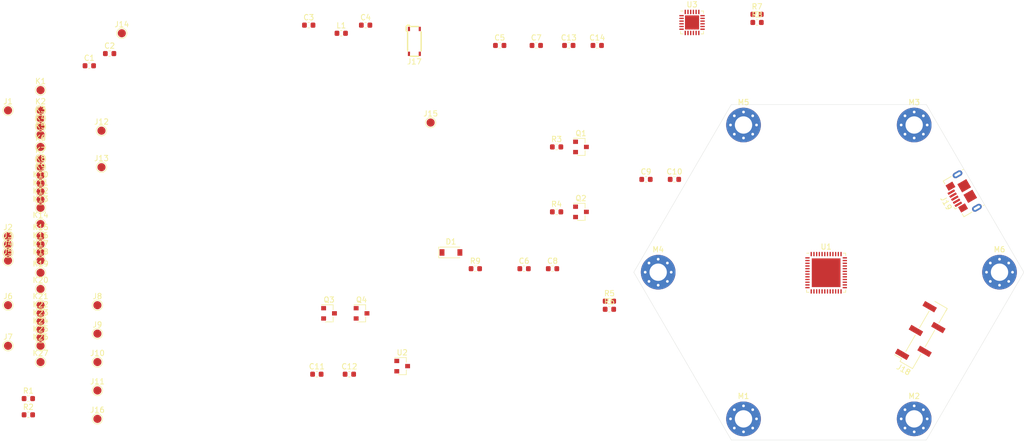
<source format=kicad_pcb>
(kicad_pcb (version 20171130) (host pcbnew 5.1.6-c6e7f7d~86~ubuntu18.04.1)

  (general
    (thickness 1.6)
    (drawings 6)
    (tracks 0)
    (zones 0)
    (modules 84)
    (nets 82)
  )

  (page A4)
  (layers
    (0 F.Cu signal)
    (31 B.Cu signal)
    (32 B.Adhes user)
    (33 F.Adhes user)
    (34 B.Paste user)
    (35 F.Paste user)
    (36 B.SilkS user)
    (37 F.SilkS user)
    (38 B.Mask user)
    (39 F.Mask user)
    (40 Dwgs.User user)
    (41 Cmts.User user)
    (42 Eco1.User user)
    (43 Eco2.User user)
    (44 Edge.Cuts user)
    (45 Margin user)
    (46 B.CrtYd user)
    (47 F.CrtYd user)
    (48 B.Fab user)
    (49 F.Fab user)
  )

  (setup
    (last_trace_width 0.25)
    (trace_clearance 0.2)
    (zone_clearance 0.508)
    (zone_45_only no)
    (trace_min 0.2)
    (via_size 0.8)
    (via_drill 0.4)
    (via_min_size 0.4)
    (via_min_drill 0.3)
    (uvia_size 0.3)
    (uvia_drill 0.1)
    (uvias_allowed no)
    (uvia_min_size 0.2)
    (uvia_min_drill 0.1)
    (edge_width 0.05)
    (segment_width 0.2)
    (pcb_text_width 0.3)
    (pcb_text_size 1.5 1.5)
    (mod_edge_width 0.12)
    (mod_text_size 1 1)
    (mod_text_width 0.15)
    (pad_size 1.524 1.524)
    (pad_drill 0.762)
    (pad_to_mask_clearance 0.05)
    (aux_axis_origin 0 0)
    (visible_elements FFFFFF7F)
    (pcbplotparams
      (layerselection 0x010fc_ffffffff)
      (usegerberextensions false)
      (usegerberattributes true)
      (usegerberadvancedattributes true)
      (creategerberjobfile true)
      (excludeedgelayer true)
      (linewidth 0.100000)
      (plotframeref false)
      (viasonmask false)
      (mode 1)
      (useauxorigin false)
      (hpglpennumber 1)
      (hpglpenspeed 20)
      (hpglpendiameter 15.000000)
      (psnegative false)
      (psa4output false)
      (plotreference true)
      (plotvalue true)
      (plotinvisibletext false)
      (padsonsilk false)
      (subtractmaskfromsilk false)
      (outputformat 1)
      (mirror false)
      (drillshape 1)
      (scaleselection 1)
      (outputdirectory ""))
  )

  (net 0 "")
  (net 1 "Net-(C1-Pad1)")
  (net 2 "Net-(C1-Pad2)")
  (net 3 "Net-(C2-Pad2)")
  (net 4 "Net-(C2-Pad1)")
  (net 5 "Net-(C3-Pad2)")
  (net 6 GND)
  (net 7 "Net-(C4-Pad2)")
  (net 8 +3V3)
  (net 9 VUSB)
  (net 10 "Net-(C10-Pad1)")
  (net 11 "Net-(C11-Pad1)")
  (net 12 PT0)
  (net 13 "Net-(J2-Pad1)")
  (net 14 "Net-(J3-Pad1)")
  (net 15 "Net-(J4-Pad1)")
  (net 16 "Net-(J5-Pad1)")
  (net 17 PT5)
  (net 18 PT6)
  (net 19 GPIO22)
  (net 20 VSPIDGPIO23)
  (net 21 DAC1GPIO25)
  (net 22 DAC2GPIO26)
  (net 23 IO2)
  (net 24 MTDI)
  (net 25 "#EN")
  (net 26 IO0)
  (net 27 "Net-(J17-Pad2)")
  (net 28 "Net-(J19-Pad2)")
  (net 29 "Net-(J19-Pad4)")
  (net 30 "Net-(J19-Pad3)")
  (net 31 ADC6)
  (net 32 ADC7)
  (net 33 TOUCH0)
  (net 34 TOUCH3)
  (net 35 TOUCH4)
  (net 36 TOUCH6)
  (net 37 TOUCH7)
  (net 38 TOUCH8)
  (net 39 TOUCH9)
  (net 40 RTS)
  (net 41 "Net-(Q1-Pad1)")
  (net 42 "Net-(Q2-Pad1)")
  (net 43 DTR)
  (net 44 "Net-(Q3-Pad2)")
  (net 45 VIN)
  (net 46 "Net-(R5-Pad1)")
  (net 47 "Net-(R6-Pad2)")
  (net 48 U0RX)
  (net 49 "Net-(R7-Pad2)")
  (net 50 "Net-(R8-Pad1)")
  (net 51 U0TX)
  (net 52 "Net-(U1-Pad25)")
  (net 53 "Net-(U1-Pad26)")
  (net 54 "Net-(U1-Pad27)")
  (net 55 "Net-(U1-Pad28)")
  (net 56 "Net-(U1-Pad29)")
  (net 57 "Net-(U1-Pad30)")
  (net 58 "Net-(U1-Pad31)")
  (net 59 "Net-(U1-Pad32)")
  (net 60 "Net-(U1-Pad33)")
  (net 61 "Net-(U1-Pad34)")
  (net 62 "Net-(U1-Pad35)")
  (net 63 "Net-(U1-Pad38)")
  (net 64 "Net-(U1-Pad42)")
  (net 65 "Net-(U1-Pad44)")
  (net 66 "Net-(U1-Pad45)")
  (net 67 "Net-(U1-Pad47)")
  (net 68 "Net-(U1-Pad48)")
  (net 69 "Net-(U3-Pad1)")
  (net 70 "Net-(U3-Pad9)")
  (net 71 "Net-(U3-Pad10)")
  (net 72 "Net-(U3-Pad11)")
  (net 73 "Net-(U3-Pad12)")
  (net 74 "Net-(U3-Pad13)")
  (net 75 "Net-(U3-Pad14)")
  (net 76 "Net-(U3-Pad15)")
  (net 77 "Net-(U3-Pad16)")
  (net 78 "Net-(U3-Pad17)")
  (net 79 "Net-(U3-Pad18)")
  (net 80 "Net-(U3-Pad22)")
  (net 81 "Net-(U3-Pad24)")

  (net_class Default "This is the default net class."
    (clearance 0.2)
    (trace_width 0.25)
    (via_dia 0.8)
    (via_drill 0.4)
    (uvia_dia 0.3)
    (uvia_drill 0.1)
    (add_net "#EN")
    (add_net +3V3)
    (add_net ADC6)
    (add_net ADC7)
    (add_net DAC1GPIO25)
    (add_net DAC2GPIO26)
    (add_net DTR)
    (add_net GND)
    (add_net GPIO22)
    (add_net IO0)
    (add_net IO2)
    (add_net MTDI)
    (add_net "Net-(C1-Pad1)")
    (add_net "Net-(C1-Pad2)")
    (add_net "Net-(C10-Pad1)")
    (add_net "Net-(C11-Pad1)")
    (add_net "Net-(C2-Pad1)")
    (add_net "Net-(C2-Pad2)")
    (add_net "Net-(C3-Pad2)")
    (add_net "Net-(C4-Pad2)")
    (add_net "Net-(J17-Pad2)")
    (add_net "Net-(J19-Pad2)")
    (add_net "Net-(J19-Pad3)")
    (add_net "Net-(J19-Pad4)")
    (add_net "Net-(J2-Pad1)")
    (add_net "Net-(J3-Pad1)")
    (add_net "Net-(J4-Pad1)")
    (add_net "Net-(J5-Pad1)")
    (add_net "Net-(Q1-Pad1)")
    (add_net "Net-(Q2-Pad1)")
    (add_net "Net-(Q3-Pad2)")
    (add_net "Net-(R5-Pad1)")
    (add_net "Net-(R6-Pad2)")
    (add_net "Net-(R7-Pad2)")
    (add_net "Net-(R8-Pad1)")
    (add_net "Net-(U1-Pad25)")
    (add_net "Net-(U1-Pad26)")
    (add_net "Net-(U1-Pad27)")
    (add_net "Net-(U1-Pad28)")
    (add_net "Net-(U1-Pad29)")
    (add_net "Net-(U1-Pad30)")
    (add_net "Net-(U1-Pad31)")
    (add_net "Net-(U1-Pad32)")
    (add_net "Net-(U1-Pad33)")
    (add_net "Net-(U1-Pad34)")
    (add_net "Net-(U1-Pad35)")
    (add_net "Net-(U1-Pad38)")
    (add_net "Net-(U1-Pad42)")
    (add_net "Net-(U1-Pad44)")
    (add_net "Net-(U1-Pad45)")
    (add_net "Net-(U1-Pad47)")
    (add_net "Net-(U1-Pad48)")
    (add_net "Net-(U3-Pad1)")
    (add_net "Net-(U3-Pad10)")
    (add_net "Net-(U3-Pad11)")
    (add_net "Net-(U3-Pad12)")
    (add_net "Net-(U3-Pad13)")
    (add_net "Net-(U3-Pad14)")
    (add_net "Net-(U3-Pad15)")
    (add_net "Net-(U3-Pad16)")
    (add_net "Net-(U3-Pad17)")
    (add_net "Net-(U3-Pad18)")
    (add_net "Net-(U3-Pad22)")
    (add_net "Net-(U3-Pad24)")
    (add_net "Net-(U3-Pad9)")
    (add_net PT0)
    (add_net PT5)
    (add_net PT6)
    (add_net RTS)
    (add_net TOUCH0)
    (add_net TOUCH3)
    (add_net TOUCH4)
    (add_net TOUCH6)
    (add_net TOUCH7)
    (add_net TOUCH8)
    (add_net TOUCH9)
    (add_net U0RX)
    (add_net U0TX)
    (add_net VIN)
    (add_net VSPIDGPIO23)
    (add_net VUSB)
  )

  (module Capacitor_SMD:C_0603_1608Metric (layer F.Cu) (tedit 5B301BBE) (tstamp 5F20FEB9)
    (at 31.5 33.75)
    (descr "Capacitor SMD 0603 (1608 Metric), square (rectangular) end terminal, IPC_7351 nominal, (Body size source: http://www.tortai-tech.com/upload/download/2011102023233369053.pdf), generated with kicad-footprint-generator")
    (tags capacitor)
    (path /5F20AAD2)
    (attr smd)
    (fp_text reference C1 (at 0 -1.43) (layer F.SilkS)
      (effects (font (size 1 1) (thickness 0.15)))
    )
    (fp_text value 270pF (at 0 1.43) (layer F.Fab)
      (effects (font (size 1 1) (thickness 0.15)))
    )
    (fp_line (start 1.48 0.73) (end -1.48 0.73) (layer F.CrtYd) (width 0.05))
    (fp_line (start 1.48 -0.73) (end 1.48 0.73) (layer F.CrtYd) (width 0.05))
    (fp_line (start -1.48 -0.73) (end 1.48 -0.73) (layer F.CrtYd) (width 0.05))
    (fp_line (start -1.48 0.73) (end -1.48 -0.73) (layer F.CrtYd) (width 0.05))
    (fp_line (start -0.162779 0.51) (end 0.162779 0.51) (layer F.SilkS) (width 0.12))
    (fp_line (start -0.162779 -0.51) (end 0.162779 -0.51) (layer F.SilkS) (width 0.12))
    (fp_line (start 0.8 0.4) (end -0.8 0.4) (layer F.Fab) (width 0.1))
    (fp_line (start 0.8 -0.4) (end 0.8 0.4) (layer F.Fab) (width 0.1))
    (fp_line (start -0.8 -0.4) (end 0.8 -0.4) (layer F.Fab) (width 0.1))
    (fp_line (start -0.8 0.4) (end -0.8 -0.4) (layer F.Fab) (width 0.1))
    (fp_text user %R (at 0 0) (layer F.Fab)
      (effects (font (size 0.4 0.4) (thickness 0.06)))
    )
    (pad 1 smd roundrect (at -0.7875 0) (size 0.875 0.95) (layers F.Cu F.Paste F.Mask) (roundrect_rratio 0.25)
      (net 1 "Net-(C1-Pad1)"))
    (pad 2 smd roundrect (at 0.7875 0) (size 0.875 0.95) (layers F.Cu F.Paste F.Mask) (roundrect_rratio 0.25)
      (net 2 "Net-(C1-Pad2)"))
    (model ${KISYS3DMOD}/Capacitor_SMD.3dshapes/C_0603_1608Metric.wrl
      (at (xyz 0 0 0))
      (scale (xyz 1 1 1))
      (rotate (xyz 0 0 0))
    )
  )

  (module Capacitor_SMD:C_0603_1608Metric (layer F.Cu) (tedit 5B301BBE) (tstamp 5F20FECA)
    (at 35.25 31.5)
    (descr "Capacitor SMD 0603 (1608 Metric), square (rectangular) end terminal, IPC_7351 nominal, (Body size source: http://www.tortai-tech.com/upload/download/2011102023233369053.pdf), generated with kicad-footprint-generator")
    (tags capacitor)
    (path /5F20A043)
    (attr smd)
    (fp_text reference C2 (at 0 -1.43) (layer F.SilkS)
      (effects (font (size 1 1) (thickness 0.15)))
    )
    (fp_text value 270pF (at 0 1.43) (layer F.Fab)
      (effects (font (size 1 1) (thickness 0.15)))
    )
    (fp_text user %R (at 0 0) (layer F.Fab)
      (effects (font (size 0.4 0.4) (thickness 0.06)))
    )
    (fp_line (start -0.8 0.4) (end -0.8 -0.4) (layer F.Fab) (width 0.1))
    (fp_line (start -0.8 -0.4) (end 0.8 -0.4) (layer F.Fab) (width 0.1))
    (fp_line (start 0.8 -0.4) (end 0.8 0.4) (layer F.Fab) (width 0.1))
    (fp_line (start 0.8 0.4) (end -0.8 0.4) (layer F.Fab) (width 0.1))
    (fp_line (start -0.162779 -0.51) (end 0.162779 -0.51) (layer F.SilkS) (width 0.12))
    (fp_line (start -0.162779 0.51) (end 0.162779 0.51) (layer F.SilkS) (width 0.12))
    (fp_line (start -1.48 0.73) (end -1.48 -0.73) (layer F.CrtYd) (width 0.05))
    (fp_line (start -1.48 -0.73) (end 1.48 -0.73) (layer F.CrtYd) (width 0.05))
    (fp_line (start 1.48 -0.73) (end 1.48 0.73) (layer F.CrtYd) (width 0.05))
    (fp_line (start 1.48 0.73) (end -1.48 0.73) (layer F.CrtYd) (width 0.05))
    (pad 2 smd roundrect (at 0.7875 0) (size 0.875 0.95) (layers F.Cu F.Paste F.Mask) (roundrect_rratio 0.25)
      (net 3 "Net-(C2-Pad2)"))
    (pad 1 smd roundrect (at -0.7875 0) (size 0.875 0.95) (layers F.Cu F.Paste F.Mask) (roundrect_rratio 0.25)
      (net 4 "Net-(C2-Pad1)"))
    (model ${KISYS3DMOD}/Capacitor_SMD.3dshapes/C_0603_1608Metric.wrl
      (at (xyz 0 0 0))
      (scale (xyz 1 1 1))
      (rotate (xyz 0 0 0))
    )
  )

  (module Capacitor_SMD:C_0603_1608Metric (layer F.Cu) (tedit 5B301BBE) (tstamp 5F20FEDB)
    (at 72 26.25)
    (descr "Capacitor SMD 0603 (1608 Metric), square (rectangular) end terminal, IPC_7351 nominal, (Body size source: http://www.tortai-tech.com/upload/download/2011102023233369053.pdf), generated with kicad-footprint-generator")
    (tags capacitor)
    (path /5F20DED3)
    (attr smd)
    (fp_text reference C3 (at 0 -1.43) (layer F.SilkS)
      (effects (font (size 1 1) (thickness 0.15)))
    )
    (fp_text value NC (at 0 1.43) (layer F.Fab)
      (effects (font (size 1 1) (thickness 0.15)))
    )
    (fp_text user %R (at 0 0) (layer F.Fab)
      (effects (font (size 0.4 0.4) (thickness 0.06)))
    )
    (fp_line (start -0.8 0.4) (end -0.8 -0.4) (layer F.Fab) (width 0.1))
    (fp_line (start -0.8 -0.4) (end 0.8 -0.4) (layer F.Fab) (width 0.1))
    (fp_line (start 0.8 -0.4) (end 0.8 0.4) (layer F.Fab) (width 0.1))
    (fp_line (start 0.8 0.4) (end -0.8 0.4) (layer F.Fab) (width 0.1))
    (fp_line (start -0.162779 -0.51) (end 0.162779 -0.51) (layer F.SilkS) (width 0.12))
    (fp_line (start -0.162779 0.51) (end 0.162779 0.51) (layer F.SilkS) (width 0.12))
    (fp_line (start -1.48 0.73) (end -1.48 -0.73) (layer F.CrtYd) (width 0.05))
    (fp_line (start -1.48 -0.73) (end 1.48 -0.73) (layer F.CrtYd) (width 0.05))
    (fp_line (start 1.48 -0.73) (end 1.48 0.73) (layer F.CrtYd) (width 0.05))
    (fp_line (start 1.48 0.73) (end -1.48 0.73) (layer F.CrtYd) (width 0.05))
    (pad 2 smd roundrect (at 0.7875 0) (size 0.875 0.95) (layers F.Cu F.Paste F.Mask) (roundrect_rratio 0.25)
      (net 5 "Net-(C3-Pad2)"))
    (pad 1 smd roundrect (at -0.7875 0) (size 0.875 0.95) (layers F.Cu F.Paste F.Mask) (roundrect_rratio 0.25)
      (net 6 GND))
    (model ${KISYS3DMOD}/Capacitor_SMD.3dshapes/C_0603_1608Metric.wrl
      (at (xyz 0 0 0))
      (scale (xyz 1 1 1))
      (rotate (xyz 0 0 0))
    )
  )

  (module Capacitor_SMD:C_0603_1608Metric (layer F.Cu) (tedit 5B301BBE) (tstamp 5F20FEEC)
    (at 82.5 26.25)
    (descr "Capacitor SMD 0603 (1608 Metric), square (rectangular) end terminal, IPC_7351 nominal, (Body size source: http://www.tortai-tech.com/upload/download/2011102023233369053.pdf), generated with kicad-footprint-generator")
    (tags capacitor)
    (path /5F20E47A)
    (attr smd)
    (fp_text reference C4 (at 0 -1.43) (layer F.SilkS)
      (effects (font (size 1 1) (thickness 0.15)))
    )
    (fp_text value NC (at 0 1.43) (layer F.Fab)
      (effects (font (size 1 1) (thickness 0.15)))
    )
    (fp_line (start 1.48 0.73) (end -1.48 0.73) (layer F.CrtYd) (width 0.05))
    (fp_line (start 1.48 -0.73) (end 1.48 0.73) (layer F.CrtYd) (width 0.05))
    (fp_line (start -1.48 -0.73) (end 1.48 -0.73) (layer F.CrtYd) (width 0.05))
    (fp_line (start -1.48 0.73) (end -1.48 -0.73) (layer F.CrtYd) (width 0.05))
    (fp_line (start -0.162779 0.51) (end 0.162779 0.51) (layer F.SilkS) (width 0.12))
    (fp_line (start -0.162779 -0.51) (end 0.162779 -0.51) (layer F.SilkS) (width 0.12))
    (fp_line (start 0.8 0.4) (end -0.8 0.4) (layer F.Fab) (width 0.1))
    (fp_line (start 0.8 -0.4) (end 0.8 0.4) (layer F.Fab) (width 0.1))
    (fp_line (start -0.8 -0.4) (end 0.8 -0.4) (layer F.Fab) (width 0.1))
    (fp_line (start -0.8 0.4) (end -0.8 -0.4) (layer F.Fab) (width 0.1))
    (fp_text user %R (at 0 0) (layer F.Fab)
      (effects (font (size 0.4 0.4) (thickness 0.06)))
    )
    (pad 1 smd roundrect (at -0.7875 0) (size 0.875 0.95) (layers F.Cu F.Paste F.Mask) (roundrect_rratio 0.25)
      (net 6 GND))
    (pad 2 smd roundrect (at 0.7875 0) (size 0.875 0.95) (layers F.Cu F.Paste F.Mask) (roundrect_rratio 0.25)
      (net 7 "Net-(C4-Pad2)"))
    (model ${KISYS3DMOD}/Capacitor_SMD.3dshapes/C_0603_1608Metric.wrl
      (at (xyz 0 0 0))
      (scale (xyz 1 1 1))
      (rotate (xyz 0 0 0))
    )
  )

  (module Capacitor_SMD:C_0603_1608Metric (layer F.Cu) (tedit 5B301BBE) (tstamp 5F20FEFD)
    (at 107.25 30)
    (descr "Capacitor SMD 0603 (1608 Metric), square (rectangular) end terminal, IPC_7351 nominal, (Body size source: http://www.tortai-tech.com/upload/download/2011102023233369053.pdf), generated with kicad-footprint-generator")
    (tags capacitor)
    (path /5F211EA6)
    (attr smd)
    (fp_text reference C5 (at 0 -1.43) (layer F.SilkS)
      (effects (font (size 1 1) (thickness 0.15)))
    )
    (fp_text value .1uF (at 0 1.43) (layer F.Fab)
      (effects (font (size 1 1) (thickness 0.15)))
    )
    (fp_text user %R (at 0 0) (layer F.Fab)
      (effects (font (size 0.4 0.4) (thickness 0.06)))
    )
    (fp_line (start -0.8 0.4) (end -0.8 -0.4) (layer F.Fab) (width 0.1))
    (fp_line (start -0.8 -0.4) (end 0.8 -0.4) (layer F.Fab) (width 0.1))
    (fp_line (start 0.8 -0.4) (end 0.8 0.4) (layer F.Fab) (width 0.1))
    (fp_line (start 0.8 0.4) (end -0.8 0.4) (layer F.Fab) (width 0.1))
    (fp_line (start -0.162779 -0.51) (end 0.162779 -0.51) (layer F.SilkS) (width 0.12))
    (fp_line (start -0.162779 0.51) (end 0.162779 0.51) (layer F.SilkS) (width 0.12))
    (fp_line (start -1.48 0.73) (end -1.48 -0.73) (layer F.CrtYd) (width 0.05))
    (fp_line (start -1.48 -0.73) (end 1.48 -0.73) (layer F.CrtYd) (width 0.05))
    (fp_line (start 1.48 -0.73) (end 1.48 0.73) (layer F.CrtYd) (width 0.05))
    (fp_line (start 1.48 0.73) (end -1.48 0.73) (layer F.CrtYd) (width 0.05))
    (pad 2 smd roundrect (at 0.7875 0) (size 0.875 0.95) (layers F.Cu F.Paste F.Mask) (roundrect_rratio 0.25)
      (net 6 GND))
    (pad 1 smd roundrect (at -0.7875 0) (size 0.875 0.95) (layers F.Cu F.Paste F.Mask) (roundrect_rratio 0.25)
      (net 8 +3V3))
    (model ${KISYS3DMOD}/Capacitor_SMD.3dshapes/C_0603_1608Metric.wrl
      (at (xyz 0 0 0))
      (scale (xyz 1 1 1))
      (rotate (xyz 0 0 0))
    )
  )

  (module Capacitor_SMD:C_0603_1608Metric (layer F.Cu) (tedit 5B301BBE) (tstamp 5F20FF0E)
    (at 111.75 71.25)
    (descr "Capacitor SMD 0603 (1608 Metric), square (rectangular) end terminal, IPC_7351 nominal, (Body size source: http://www.tortai-tech.com/upload/download/2011102023233369053.pdf), generated with kicad-footprint-generator")
    (tags capacitor)
    (path /5F245FA7)
    (attr smd)
    (fp_text reference C6 (at 0 -1.43) (layer F.SilkS)
      (effects (font (size 1 1) (thickness 0.15)))
    )
    (fp_text value .1uF (at 0 1.43) (layer F.Fab)
      (effects (font (size 1 1) (thickness 0.15)))
    )
    (fp_line (start 1.48 0.73) (end -1.48 0.73) (layer F.CrtYd) (width 0.05))
    (fp_line (start 1.48 -0.73) (end 1.48 0.73) (layer F.CrtYd) (width 0.05))
    (fp_line (start -1.48 -0.73) (end 1.48 -0.73) (layer F.CrtYd) (width 0.05))
    (fp_line (start -1.48 0.73) (end -1.48 -0.73) (layer F.CrtYd) (width 0.05))
    (fp_line (start -0.162779 0.51) (end 0.162779 0.51) (layer F.SilkS) (width 0.12))
    (fp_line (start -0.162779 -0.51) (end 0.162779 -0.51) (layer F.SilkS) (width 0.12))
    (fp_line (start 0.8 0.4) (end -0.8 0.4) (layer F.Fab) (width 0.1))
    (fp_line (start 0.8 -0.4) (end 0.8 0.4) (layer F.Fab) (width 0.1))
    (fp_line (start -0.8 -0.4) (end 0.8 -0.4) (layer F.Fab) (width 0.1))
    (fp_line (start -0.8 0.4) (end -0.8 -0.4) (layer F.Fab) (width 0.1))
    (fp_text user %R (at 0 0) (layer F.Fab)
      (effects (font (size 0.4 0.4) (thickness 0.06)))
    )
    (pad 1 smd roundrect (at -0.7875 0) (size 0.875 0.95) (layers F.Cu F.Paste F.Mask) (roundrect_rratio 0.25)
      (net 9 VUSB))
    (pad 2 smd roundrect (at 0.7875 0) (size 0.875 0.95) (layers F.Cu F.Paste F.Mask) (roundrect_rratio 0.25)
      (net 6 GND))
    (model ${KISYS3DMOD}/Capacitor_SMD.3dshapes/C_0603_1608Metric.wrl
      (at (xyz 0 0 0))
      (scale (xyz 1 1 1))
      (rotate (xyz 0 0 0))
    )
  )

  (module Capacitor_SMD:C_0603_1608Metric (layer F.Cu) (tedit 5B301BBE) (tstamp 5F20FF1F)
    (at 114 30)
    (descr "Capacitor SMD 0603 (1608 Metric), square (rectangular) end terminal, IPC_7351 nominal, (Body size source: http://www.tortai-tech.com/upload/download/2011102023233369053.pdf), generated with kicad-footprint-generator")
    (tags capacitor)
    (path /5F210823)
    (attr smd)
    (fp_text reference C7 (at 0 -1.43) (layer F.SilkS)
      (effects (font (size 1 1) (thickness 0.15)))
    )
    (fp_text value 10uF (at 0 1.43) (layer F.Fab)
      (effects (font (size 1 1) (thickness 0.15)))
    )
    (fp_line (start 1.48 0.73) (end -1.48 0.73) (layer F.CrtYd) (width 0.05))
    (fp_line (start 1.48 -0.73) (end 1.48 0.73) (layer F.CrtYd) (width 0.05))
    (fp_line (start -1.48 -0.73) (end 1.48 -0.73) (layer F.CrtYd) (width 0.05))
    (fp_line (start -1.48 0.73) (end -1.48 -0.73) (layer F.CrtYd) (width 0.05))
    (fp_line (start -0.162779 0.51) (end 0.162779 0.51) (layer F.SilkS) (width 0.12))
    (fp_line (start -0.162779 -0.51) (end 0.162779 -0.51) (layer F.SilkS) (width 0.12))
    (fp_line (start 0.8 0.4) (end -0.8 0.4) (layer F.Fab) (width 0.1))
    (fp_line (start 0.8 -0.4) (end 0.8 0.4) (layer F.Fab) (width 0.1))
    (fp_line (start -0.8 -0.4) (end 0.8 -0.4) (layer F.Fab) (width 0.1))
    (fp_line (start -0.8 0.4) (end -0.8 -0.4) (layer F.Fab) (width 0.1))
    (fp_text user %R (at 0 0) (layer F.Fab)
      (effects (font (size 0.4 0.4) (thickness 0.06)))
    )
    (pad 1 smd roundrect (at -0.7875 0) (size 0.875 0.95) (layers F.Cu F.Paste F.Mask) (roundrect_rratio 0.25)
      (net 8 +3V3))
    (pad 2 smd roundrect (at 0.7875 0) (size 0.875 0.95) (layers F.Cu F.Paste F.Mask) (roundrect_rratio 0.25)
      (net 6 GND))
    (model ${KISYS3DMOD}/Capacitor_SMD.3dshapes/C_0603_1608Metric.wrl
      (at (xyz 0 0 0))
      (scale (xyz 1 1 1))
      (rotate (xyz 0 0 0))
    )
  )

  (module Capacitor_SMD:C_0603_1608Metric (layer F.Cu) (tedit 5B301BBE) (tstamp 5F20FF30)
    (at 117 71.25)
    (descr "Capacitor SMD 0603 (1608 Metric), square (rectangular) end terminal, IPC_7351 nominal, (Body size source: http://www.tortai-tech.com/upload/download/2011102023233369053.pdf), generated with kicad-footprint-generator")
    (tags capacitor)
    (path /5F246749)
    (attr smd)
    (fp_text reference C8 (at 0 -1.43) (layer F.SilkS)
      (effects (font (size 1 1) (thickness 0.15)))
    )
    (fp_text value 10uF (at 0 1.43) (layer F.Fab)
      (effects (font (size 1 1) (thickness 0.15)))
    )
    (fp_text user %R (at 0 0) (layer F.Fab)
      (effects (font (size 0.4 0.4) (thickness 0.06)))
    )
    (fp_line (start -0.8 0.4) (end -0.8 -0.4) (layer F.Fab) (width 0.1))
    (fp_line (start -0.8 -0.4) (end 0.8 -0.4) (layer F.Fab) (width 0.1))
    (fp_line (start 0.8 -0.4) (end 0.8 0.4) (layer F.Fab) (width 0.1))
    (fp_line (start 0.8 0.4) (end -0.8 0.4) (layer F.Fab) (width 0.1))
    (fp_line (start -0.162779 -0.51) (end 0.162779 -0.51) (layer F.SilkS) (width 0.12))
    (fp_line (start -0.162779 0.51) (end 0.162779 0.51) (layer F.SilkS) (width 0.12))
    (fp_line (start -1.48 0.73) (end -1.48 -0.73) (layer F.CrtYd) (width 0.05))
    (fp_line (start -1.48 -0.73) (end 1.48 -0.73) (layer F.CrtYd) (width 0.05))
    (fp_line (start 1.48 -0.73) (end 1.48 0.73) (layer F.CrtYd) (width 0.05))
    (fp_line (start 1.48 0.73) (end -1.48 0.73) (layer F.CrtYd) (width 0.05))
    (pad 2 smd roundrect (at 0.7875 0) (size 0.875 0.95) (layers F.Cu F.Paste F.Mask) (roundrect_rratio 0.25)
      (net 6 GND))
    (pad 1 smd roundrect (at -0.7875 0) (size 0.875 0.95) (layers F.Cu F.Paste F.Mask) (roundrect_rratio 0.25)
      (net 9 VUSB))
    (model ${KISYS3DMOD}/Capacitor_SMD.3dshapes/C_0603_1608Metric.wrl
      (at (xyz 0 0 0))
      (scale (xyz 1 1 1))
      (rotate (xyz 0 0 0))
    )
  )

  (module Capacitor_SMD:C_0603_1608Metric (layer F.Cu) (tedit 5B301BBE) (tstamp 5F20FF41)
    (at 134.25 54.75)
    (descr "Capacitor SMD 0603 (1608 Metric), square (rectangular) end terminal, IPC_7351 nominal, (Body size source: http://www.tortai-tech.com/upload/download/2011102023233369053.pdf), generated with kicad-footprint-generator")
    (tags capacitor)
    (path /5F24FA87)
    (attr smd)
    (fp_text reference C9 (at 0 -1.43) (layer F.SilkS)
      (effects (font (size 1 1) (thickness 0.15)))
    )
    (fp_text value .1uF (at 0 1.43) (layer F.Fab)
      (effects (font (size 1 1) (thickness 0.15)))
    )
    (fp_text user %R (at 0 0) (layer F.Fab)
      (effects (font (size 0.4 0.4) (thickness 0.06)))
    )
    (fp_line (start -0.8 0.4) (end -0.8 -0.4) (layer F.Fab) (width 0.1))
    (fp_line (start -0.8 -0.4) (end 0.8 -0.4) (layer F.Fab) (width 0.1))
    (fp_line (start 0.8 -0.4) (end 0.8 0.4) (layer F.Fab) (width 0.1))
    (fp_line (start 0.8 0.4) (end -0.8 0.4) (layer F.Fab) (width 0.1))
    (fp_line (start -0.162779 -0.51) (end 0.162779 -0.51) (layer F.SilkS) (width 0.12))
    (fp_line (start -0.162779 0.51) (end 0.162779 0.51) (layer F.SilkS) (width 0.12))
    (fp_line (start -1.48 0.73) (end -1.48 -0.73) (layer F.CrtYd) (width 0.05))
    (fp_line (start -1.48 -0.73) (end 1.48 -0.73) (layer F.CrtYd) (width 0.05))
    (fp_line (start 1.48 -0.73) (end 1.48 0.73) (layer F.CrtYd) (width 0.05))
    (fp_line (start 1.48 0.73) (end -1.48 0.73) (layer F.CrtYd) (width 0.05))
    (pad 2 smd roundrect (at 0.7875 0) (size 0.875 0.95) (layers F.Cu F.Paste F.Mask) (roundrect_rratio 0.25)
      (net 6 GND))
    (pad 1 smd roundrect (at -0.7875 0) (size 0.875 0.95) (layers F.Cu F.Paste F.Mask) (roundrect_rratio 0.25)
      (net 10 "Net-(C10-Pad1)"))
    (model ${KISYS3DMOD}/Capacitor_SMD.3dshapes/C_0603_1608Metric.wrl
      (at (xyz 0 0 0))
      (scale (xyz 1 1 1))
      (rotate (xyz 0 0 0))
    )
  )

  (module Capacitor_SMD:C_0603_1608Metric (layer F.Cu) (tedit 5B301BBE) (tstamp 5F20FF52)
    (at 139.5 54.75)
    (descr "Capacitor SMD 0603 (1608 Metric), square (rectangular) end terminal, IPC_7351 nominal, (Body size source: http://www.tortai-tech.com/upload/download/2011102023233369053.pdf), generated with kicad-footprint-generator")
    (tags capacitor)
    (path /5F24F443)
    (attr smd)
    (fp_text reference C10 (at 0 -1.43) (layer F.SilkS)
      (effects (font (size 1 1) (thickness 0.15)))
    )
    (fp_text value 10uF (at 0 1.43) (layer F.Fab)
      (effects (font (size 1 1) (thickness 0.15)))
    )
    (fp_line (start 1.48 0.73) (end -1.48 0.73) (layer F.CrtYd) (width 0.05))
    (fp_line (start 1.48 -0.73) (end 1.48 0.73) (layer F.CrtYd) (width 0.05))
    (fp_line (start -1.48 -0.73) (end 1.48 -0.73) (layer F.CrtYd) (width 0.05))
    (fp_line (start -1.48 0.73) (end -1.48 -0.73) (layer F.CrtYd) (width 0.05))
    (fp_line (start -0.162779 0.51) (end 0.162779 0.51) (layer F.SilkS) (width 0.12))
    (fp_line (start -0.162779 -0.51) (end 0.162779 -0.51) (layer F.SilkS) (width 0.12))
    (fp_line (start 0.8 0.4) (end -0.8 0.4) (layer F.Fab) (width 0.1))
    (fp_line (start 0.8 -0.4) (end 0.8 0.4) (layer F.Fab) (width 0.1))
    (fp_line (start -0.8 -0.4) (end 0.8 -0.4) (layer F.Fab) (width 0.1))
    (fp_line (start -0.8 0.4) (end -0.8 -0.4) (layer F.Fab) (width 0.1))
    (fp_text user %R (at 0 0) (layer F.Fab)
      (effects (font (size 0.4 0.4) (thickness 0.06)))
    )
    (pad 1 smd roundrect (at -0.7875 0) (size 0.875 0.95) (layers F.Cu F.Paste F.Mask) (roundrect_rratio 0.25)
      (net 10 "Net-(C10-Pad1)"))
    (pad 2 smd roundrect (at 0.7875 0) (size 0.875 0.95) (layers F.Cu F.Paste F.Mask) (roundrect_rratio 0.25)
      (net 6 GND))
    (model ${KISYS3DMOD}/Capacitor_SMD.3dshapes/C_0603_1608Metric.wrl
      (at (xyz 0 0 0))
      (scale (xyz 1 1 1))
      (rotate (xyz 0 0 0))
    )
  )

  (module Capacitor_SMD:C_0603_1608Metric (layer F.Cu) (tedit 5B301BBE) (tstamp 5F20FF63)
    (at 73.5 90.75)
    (descr "Capacitor SMD 0603 (1608 Metric), square (rectangular) end terminal, IPC_7351 nominal, (Body size source: http://www.tortai-tech.com/upload/download/2011102023233369053.pdf), generated with kicad-footprint-generator")
    (tags capacitor)
    (path /5F3F2D5B)
    (attr smd)
    (fp_text reference C11 (at 0 -1.43) (layer F.SilkS)
      (effects (font (size 1 1) (thickness 0.15)))
    )
    (fp_text value 10uF (at 0 1.43) (layer F.Fab)
      (effects (font (size 1 1) (thickness 0.15)))
    )
    (fp_line (start 1.48 0.73) (end -1.48 0.73) (layer F.CrtYd) (width 0.05))
    (fp_line (start 1.48 -0.73) (end 1.48 0.73) (layer F.CrtYd) (width 0.05))
    (fp_line (start -1.48 -0.73) (end 1.48 -0.73) (layer F.CrtYd) (width 0.05))
    (fp_line (start -1.48 0.73) (end -1.48 -0.73) (layer F.CrtYd) (width 0.05))
    (fp_line (start -0.162779 0.51) (end 0.162779 0.51) (layer F.SilkS) (width 0.12))
    (fp_line (start -0.162779 -0.51) (end 0.162779 -0.51) (layer F.SilkS) (width 0.12))
    (fp_line (start 0.8 0.4) (end -0.8 0.4) (layer F.Fab) (width 0.1))
    (fp_line (start 0.8 -0.4) (end 0.8 0.4) (layer F.Fab) (width 0.1))
    (fp_line (start -0.8 -0.4) (end 0.8 -0.4) (layer F.Fab) (width 0.1))
    (fp_line (start -0.8 0.4) (end -0.8 -0.4) (layer F.Fab) (width 0.1))
    (fp_text user %R (at 0 0) (layer F.Fab)
      (effects (font (size 0.4 0.4) (thickness 0.06)))
    )
    (pad 1 smd roundrect (at -0.7875 0) (size 0.875 0.95) (layers F.Cu F.Paste F.Mask) (roundrect_rratio 0.25)
      (net 11 "Net-(C11-Pad1)"))
    (pad 2 smd roundrect (at 0.7875 0) (size 0.875 0.95) (layers F.Cu F.Paste F.Mask) (roundrect_rratio 0.25)
      (net 6 GND))
    (model ${KISYS3DMOD}/Capacitor_SMD.3dshapes/C_0603_1608Metric.wrl
      (at (xyz 0 0 0))
      (scale (xyz 1 1 1))
      (rotate (xyz 0 0 0))
    )
  )

  (module Capacitor_SMD:C_0603_1608Metric (layer F.Cu) (tedit 5B301BBE) (tstamp 5F20FF74)
    (at 79.5 90.75)
    (descr "Capacitor SMD 0603 (1608 Metric), square (rectangular) end terminal, IPC_7351 nominal, (Body size source: http://www.tortai-tech.com/upload/download/2011102023233369053.pdf), generated with kicad-footprint-generator")
    (tags capacitor)
    (path /5F3993DC)
    (attr smd)
    (fp_text reference C12 (at 0 -1.43) (layer F.SilkS)
      (effects (font (size 1 1) (thickness 0.15)))
    )
    (fp_text value .1uF (at 0 1.43) (layer F.Fab)
      (effects (font (size 1 1) (thickness 0.15)))
    )
    (fp_text user %R (at 0 0) (layer F.Fab)
      (effects (font (size 0.4 0.4) (thickness 0.06)))
    )
    (fp_line (start -0.8 0.4) (end -0.8 -0.4) (layer F.Fab) (width 0.1))
    (fp_line (start -0.8 -0.4) (end 0.8 -0.4) (layer F.Fab) (width 0.1))
    (fp_line (start 0.8 -0.4) (end 0.8 0.4) (layer F.Fab) (width 0.1))
    (fp_line (start 0.8 0.4) (end -0.8 0.4) (layer F.Fab) (width 0.1))
    (fp_line (start -0.162779 -0.51) (end 0.162779 -0.51) (layer F.SilkS) (width 0.12))
    (fp_line (start -0.162779 0.51) (end 0.162779 0.51) (layer F.SilkS) (width 0.12))
    (fp_line (start -1.48 0.73) (end -1.48 -0.73) (layer F.CrtYd) (width 0.05))
    (fp_line (start -1.48 -0.73) (end 1.48 -0.73) (layer F.CrtYd) (width 0.05))
    (fp_line (start 1.48 -0.73) (end 1.48 0.73) (layer F.CrtYd) (width 0.05))
    (fp_line (start 1.48 0.73) (end -1.48 0.73) (layer F.CrtYd) (width 0.05))
    (pad 2 smd roundrect (at 0.7875 0) (size 0.875 0.95) (layers F.Cu F.Paste F.Mask) (roundrect_rratio 0.25)
      (net 6 GND))
    (pad 1 smd roundrect (at -0.7875 0) (size 0.875 0.95) (layers F.Cu F.Paste F.Mask) (roundrect_rratio 0.25)
      (net 11 "Net-(C11-Pad1)"))
    (model ${KISYS3DMOD}/Capacitor_SMD.3dshapes/C_0603_1608Metric.wrl
      (at (xyz 0 0 0))
      (scale (xyz 1 1 1))
      (rotate (xyz 0 0 0))
    )
  )

  (module Capacitor_SMD:C_0603_1608Metric (layer F.Cu) (tedit 5B301BBE) (tstamp 5F20FF85)
    (at 120 30)
    (descr "Capacitor SMD 0603 (1608 Metric), square (rectangular) end terminal, IPC_7351 nominal, (Body size source: http://www.tortai-tech.com/upload/download/2011102023233369053.pdf), generated with kicad-footprint-generator")
    (tags capacitor)
    (path /5F375893)
    (attr smd)
    (fp_text reference C13 (at 0 -1.43) (layer F.SilkS)
      (effects (font (size 1 1) (thickness 0.15)))
    )
    (fp_text value .1uF (at 0 1.43) (layer F.Fab)
      (effects (font (size 1 1) (thickness 0.15)))
    )
    (fp_text user %R (at 0 0) (layer F.Fab)
      (effects (font (size 0.4 0.4) (thickness 0.06)))
    )
    (fp_line (start -0.8 0.4) (end -0.8 -0.4) (layer F.Fab) (width 0.1))
    (fp_line (start -0.8 -0.4) (end 0.8 -0.4) (layer F.Fab) (width 0.1))
    (fp_line (start 0.8 -0.4) (end 0.8 0.4) (layer F.Fab) (width 0.1))
    (fp_line (start 0.8 0.4) (end -0.8 0.4) (layer F.Fab) (width 0.1))
    (fp_line (start -0.162779 -0.51) (end 0.162779 -0.51) (layer F.SilkS) (width 0.12))
    (fp_line (start -0.162779 0.51) (end 0.162779 0.51) (layer F.SilkS) (width 0.12))
    (fp_line (start -1.48 0.73) (end -1.48 -0.73) (layer F.CrtYd) (width 0.05))
    (fp_line (start -1.48 -0.73) (end 1.48 -0.73) (layer F.CrtYd) (width 0.05))
    (fp_line (start 1.48 -0.73) (end 1.48 0.73) (layer F.CrtYd) (width 0.05))
    (fp_line (start 1.48 0.73) (end -1.48 0.73) (layer F.CrtYd) (width 0.05))
    (pad 2 smd roundrect (at 0.7875 0) (size 0.875 0.95) (layers F.Cu F.Paste F.Mask) (roundrect_rratio 0.25)
      (net 6 GND))
    (pad 1 smd roundrect (at -0.7875 0) (size 0.875 0.95) (layers F.Cu F.Paste F.Mask) (roundrect_rratio 0.25)
      (net 8 +3V3))
    (model ${KISYS3DMOD}/Capacitor_SMD.3dshapes/C_0603_1608Metric.wrl
      (at (xyz 0 0 0))
      (scale (xyz 1 1 1))
      (rotate (xyz 0 0 0))
    )
  )

  (module Capacitor_SMD:C_0603_1608Metric (layer F.Cu) (tedit 5B301BBE) (tstamp 5F20FF96)
    (at 125.25 30)
    (descr "Capacitor SMD 0603 (1608 Metric), square (rectangular) end terminal, IPC_7351 nominal, (Body size source: http://www.tortai-tech.com/upload/download/2011102023233369053.pdf), generated with kicad-footprint-generator")
    (tags capacitor)
    (path /5F37E1CF)
    (attr smd)
    (fp_text reference C14 (at 0 -1.43) (layer F.SilkS)
      (effects (font (size 1 1) (thickness 0.15)))
    )
    (fp_text value .1uF (at 0 1.43) (layer F.Fab)
      (effects (font (size 1 1) (thickness 0.15)))
    )
    (fp_line (start 1.48 0.73) (end -1.48 0.73) (layer F.CrtYd) (width 0.05))
    (fp_line (start 1.48 -0.73) (end 1.48 0.73) (layer F.CrtYd) (width 0.05))
    (fp_line (start -1.48 -0.73) (end 1.48 -0.73) (layer F.CrtYd) (width 0.05))
    (fp_line (start -1.48 0.73) (end -1.48 -0.73) (layer F.CrtYd) (width 0.05))
    (fp_line (start -0.162779 0.51) (end 0.162779 0.51) (layer F.SilkS) (width 0.12))
    (fp_line (start -0.162779 -0.51) (end 0.162779 -0.51) (layer F.SilkS) (width 0.12))
    (fp_line (start 0.8 0.4) (end -0.8 0.4) (layer F.Fab) (width 0.1))
    (fp_line (start 0.8 -0.4) (end 0.8 0.4) (layer F.Fab) (width 0.1))
    (fp_line (start -0.8 -0.4) (end 0.8 -0.4) (layer F.Fab) (width 0.1))
    (fp_line (start -0.8 0.4) (end -0.8 -0.4) (layer F.Fab) (width 0.1))
    (fp_text user %R (at 0 0) (layer F.Fab)
      (effects (font (size 0.4 0.4) (thickness 0.06)))
    )
    (pad 1 smd roundrect (at -0.7875 0) (size 0.875 0.95) (layers F.Cu F.Paste F.Mask) (roundrect_rratio 0.25)
      (net 8 +3V3))
    (pad 2 smd roundrect (at 0.7875 0) (size 0.875 0.95) (layers F.Cu F.Paste F.Mask) (roundrect_rratio 0.25)
      (net 6 GND))
    (model ${KISYS3DMOD}/Capacitor_SMD.3dshapes/C_0603_1608Metric.wrl
      (at (xyz 0 0 0))
      (scale (xyz 1 1 1))
      (rotate (xyz 0 0 0))
    )
  )

  (module Diode_SMD:D_SOD-123 (layer F.Cu) (tedit 58645DC7) (tstamp 5F20FFAF)
    (at 98.25 68.25)
    (descr SOD-123)
    (tags SOD-123)
    (path /5F2C6B0D)
    (attr smd)
    (fp_text reference D1 (at 0 -2) (layer F.SilkS)
      (effects (font (size 1 1) (thickness 0.15)))
    )
    (fp_text value DIODE (at 0 2.1) (layer F.Fab)
      (effects (font (size 1 1) (thickness 0.15)))
    )
    (fp_line (start -2.25 -1) (end 1.65 -1) (layer F.SilkS) (width 0.12))
    (fp_line (start -2.25 1) (end 1.65 1) (layer F.SilkS) (width 0.12))
    (fp_line (start -2.35 -1.15) (end -2.35 1.15) (layer F.CrtYd) (width 0.05))
    (fp_line (start 2.35 1.15) (end -2.35 1.15) (layer F.CrtYd) (width 0.05))
    (fp_line (start 2.35 -1.15) (end 2.35 1.15) (layer F.CrtYd) (width 0.05))
    (fp_line (start -2.35 -1.15) (end 2.35 -1.15) (layer F.CrtYd) (width 0.05))
    (fp_line (start -1.4 -0.9) (end 1.4 -0.9) (layer F.Fab) (width 0.1))
    (fp_line (start 1.4 -0.9) (end 1.4 0.9) (layer F.Fab) (width 0.1))
    (fp_line (start 1.4 0.9) (end -1.4 0.9) (layer F.Fab) (width 0.1))
    (fp_line (start -1.4 0.9) (end -1.4 -0.9) (layer F.Fab) (width 0.1))
    (fp_line (start -0.75 0) (end -0.35 0) (layer F.Fab) (width 0.1))
    (fp_line (start -0.35 0) (end -0.35 -0.55) (layer F.Fab) (width 0.1))
    (fp_line (start -0.35 0) (end -0.35 0.55) (layer F.Fab) (width 0.1))
    (fp_line (start -0.35 0) (end 0.25 -0.4) (layer F.Fab) (width 0.1))
    (fp_line (start 0.25 -0.4) (end 0.25 0.4) (layer F.Fab) (width 0.1))
    (fp_line (start 0.25 0.4) (end -0.35 0) (layer F.Fab) (width 0.1))
    (fp_line (start 0.25 0) (end 0.75 0) (layer F.Fab) (width 0.1))
    (fp_line (start -2.25 -1) (end -2.25 1) (layer F.SilkS) (width 0.12))
    (fp_text user %R (at 0 -2) (layer F.Fab)
      (effects (font (size 1 1) (thickness 0.15)))
    )
    (pad 1 smd rect (at -1.65 0) (size 0.9 1.2) (layers F.Cu F.Paste F.Mask)
      (net 9 VUSB))
    (pad 2 smd rect (at 1.65 0) (size 0.9 1.2) (layers F.Cu F.Paste F.Mask)
      (net 11 "Net-(C11-Pad1)"))
    (model ${KISYS3DMOD}/Diode_SMD.3dshapes/D_SOD-123.wrl
      (at (xyz 0 0 0))
      (scale (xyz 1 1 1))
      (rotate (xyz 0 0 0))
    )
  )

  (module TestPoint:TestPoint_Pad_D1.5mm (layer F.Cu) (tedit 5A0F774F) (tstamp 5F20FFB7)
    (at 16.5 42)
    (descr "SMD pad as test Point, diameter 1.5mm")
    (tags "test point SMD pad")
    (path /5F341FF1)
    (attr virtual)
    (fp_text reference J1 (at 0 -1.648) (layer F.SilkS)
      (effects (font (size 1 1) (thickness 0.15)))
    )
    (fp_text value PT0 (at 0 1.75) (layer F.Fab)
      (effects (font (size 1 1) (thickness 0.15)))
    )
    (fp_circle (center 0 0) (end 0 0.95) (layer F.SilkS) (width 0.12))
    (fp_circle (center 0 0) (end 1.25 0) (layer F.CrtYd) (width 0.05))
    (fp_text user %R (at 0 -1.65) (layer F.Fab)
      (effects (font (size 1 1) (thickness 0.15)))
    )
    (pad 1 smd circle (at 0 0) (size 1.5 1.5) (layers F.Cu F.Mask)
      (net 12 PT0))
  )

  (module TestPoint:TestPoint_Pad_D1.5mm (layer F.Cu) (tedit 5A0F774F) (tstamp 5F20FFBF)
    (at 16.5 65.25)
    (descr "SMD pad as test Point, diameter 1.5mm")
    (tags "test point SMD pad")
    (path /5F2FB1D3)
    (attr virtual)
    (fp_text reference J2 (at 0 -1.648) (layer F.SilkS)
      (effects (font (size 1 1) (thickness 0.15)))
    )
    (fp_text value PT1 (at 0 1.75) (layer F.Fab)
      (effects (font (size 1 1) (thickness 0.15)))
    )
    (fp_circle (center 0 0) (end 0 0.95) (layer F.SilkS) (width 0.12))
    (fp_circle (center 0 0) (end 1.25 0) (layer F.CrtYd) (width 0.05))
    (fp_text user %R (at 0 -1.65) (layer F.Fab)
      (effects (font (size 1 1) (thickness 0.15)))
    )
    (pad 1 smd circle (at 0 0) (size 1.5 1.5) (layers F.Cu F.Mask)
      (net 13 "Net-(J2-Pad1)"))
  )

  (module TestPoint:TestPoint_Pad_D1.5mm (layer F.Cu) (tedit 5A0F774F) (tstamp 5F20FFC7)
    (at 16.5 66.75)
    (descr "SMD pad as test Point, diameter 1.5mm")
    (tags "test point SMD pad")
    (path /5F3136ED)
    (attr virtual)
    (fp_text reference J3 (at 0 -1.648) (layer F.SilkS)
      (effects (font (size 1 1) (thickness 0.15)))
    )
    (fp_text value PT2 (at 0 1.75) (layer F.Fab)
      (effects (font (size 1 1) (thickness 0.15)))
    )
    (fp_text user %R (at 0 -1.65) (layer F.Fab)
      (effects (font (size 1 1) (thickness 0.15)))
    )
    (fp_circle (center 0 0) (end 1.25 0) (layer F.CrtYd) (width 0.05))
    (fp_circle (center 0 0) (end 0 0.95) (layer F.SilkS) (width 0.12))
    (pad 1 smd circle (at 0 0) (size 1.5 1.5) (layers F.Cu F.Mask)
      (net 14 "Net-(J3-Pad1)"))
  )

  (module TestPoint:TestPoint_Pad_D1.5mm (layer F.Cu) (tedit 5A0F774F) (tstamp 5F20FFCF)
    (at 16.5 68.25)
    (descr "SMD pad as test Point, diameter 1.5mm")
    (tags "test point SMD pad")
    (path /5F313A3B)
    (attr virtual)
    (fp_text reference J4 (at 0 -1.648) (layer F.SilkS)
      (effects (font (size 1 1) (thickness 0.15)))
    )
    (fp_text value PT3 (at 0 1.75) (layer F.Fab)
      (effects (font (size 1 1) (thickness 0.15)))
    )
    (fp_circle (center 0 0) (end 0 0.95) (layer F.SilkS) (width 0.12))
    (fp_circle (center 0 0) (end 1.25 0) (layer F.CrtYd) (width 0.05))
    (fp_text user %R (at 0 -1.65) (layer F.Fab)
      (effects (font (size 1 1) (thickness 0.15)))
    )
    (pad 1 smd circle (at 0 0) (size 1.5 1.5) (layers F.Cu F.Mask)
      (net 15 "Net-(J4-Pad1)"))
  )

  (module TestPoint:TestPoint_Pad_D1.5mm (layer F.Cu) (tedit 5A0F774F) (tstamp 5F20FFD7)
    (at 16.5 69.75)
    (descr "SMD pad as test Point, diameter 1.5mm")
    (tags "test point SMD pad")
    (path /5F313D0D)
    (attr virtual)
    (fp_text reference J5 (at 0 -1.648) (layer F.SilkS)
      (effects (font (size 1 1) (thickness 0.15)))
    )
    (fp_text value PT4 (at 0 1.75) (layer F.Fab)
      (effects (font (size 1 1) (thickness 0.15)))
    )
    (fp_text user %R (at 0 -1.65) (layer F.Fab)
      (effects (font (size 1 1) (thickness 0.15)))
    )
    (fp_circle (center 0 0) (end 1.25 0) (layer F.CrtYd) (width 0.05))
    (fp_circle (center 0 0) (end 0 0.95) (layer F.SilkS) (width 0.12))
    (pad 1 smd circle (at 0 0) (size 1.5 1.5) (layers F.Cu F.Mask)
      (net 16 "Net-(J5-Pad1)"))
  )

  (module TestPoint:TestPoint_Pad_D1.5mm (layer F.Cu) (tedit 5A0F774F) (tstamp 5F20FFDF)
    (at 16.5 78)
    (descr "SMD pad as test Point, diameter 1.5mm")
    (tags "test point SMD pad")
    (path /5F3182A0)
    (attr virtual)
    (fp_text reference J6 (at 0 -1.648) (layer F.SilkS)
      (effects (font (size 1 1) (thickness 0.15)))
    )
    (fp_text value PT5 (at 0 1.75) (layer F.Fab)
      (effects (font (size 1 1) (thickness 0.15)))
    )
    (fp_circle (center 0 0) (end 0 0.95) (layer F.SilkS) (width 0.12))
    (fp_circle (center 0 0) (end 1.25 0) (layer F.CrtYd) (width 0.05))
    (fp_text user %R (at 0 -1.65) (layer F.Fab)
      (effects (font (size 1 1) (thickness 0.15)))
    )
    (pad 1 smd circle (at 0 0) (size 1.5 1.5) (layers F.Cu F.Mask)
      (net 17 PT5))
  )

  (module TestPoint:TestPoint_Pad_D1.5mm (layer F.Cu) (tedit 5A0F774F) (tstamp 5F20FFE7)
    (at 16.5 85.5)
    (descr "SMD pad as test Point, diameter 1.5mm")
    (tags "test point SMD pad")
    (path /5F3190E6)
    (attr virtual)
    (fp_text reference J7 (at 0 -1.648) (layer F.SilkS)
      (effects (font (size 1 1) (thickness 0.15)))
    )
    (fp_text value PT6 (at 0 1.75) (layer F.Fab)
      (effects (font (size 1 1) (thickness 0.15)))
    )
    (fp_circle (center 0 0) (end 0 0.95) (layer F.SilkS) (width 0.12))
    (fp_circle (center 0 0) (end 1.25 0) (layer F.CrtYd) (width 0.05))
    (fp_text user %R (at 0 -1.65) (layer F.Fab)
      (effects (font (size 1 1) (thickness 0.15)))
    )
    (pad 1 smd circle (at 0 0) (size 1.5 1.5) (layers F.Cu F.Mask)
      (net 18 PT6))
  )

  (module TestPoint:TestPoint_Pad_D1.5mm (layer F.Cu) (tedit 5A0F774F) (tstamp 5F20FFEF)
    (at 33 78)
    (descr "SMD pad as test Point, diameter 1.5mm")
    (tags "test point SMD pad")
    (path /5F28F7B0)
    (attr virtual)
    (fp_text reference J8 (at 0 -1.648) (layer F.SilkS)
      (effects (font (size 1 1) (thickness 0.15)))
    )
    (fp_text value IO22 (at 0 1.75) (layer F.Fab)
      (effects (font (size 1 1) (thickness 0.15)))
    )
    (fp_circle (center 0 0) (end 0 0.95) (layer F.SilkS) (width 0.12))
    (fp_circle (center 0 0) (end 1.25 0) (layer F.CrtYd) (width 0.05))
    (fp_text user %R (at 0 -1.65) (layer F.Fab)
      (effects (font (size 1 1) (thickness 0.15)))
    )
    (pad 1 smd circle (at 0 0) (size 1.5 1.5) (layers F.Cu F.Mask)
      (net 19 GPIO22))
  )

  (module TestPoint:TestPoint_Pad_D1.5mm (layer F.Cu) (tedit 5A0F774F) (tstamp 5F20FFF7)
    (at 33 83.25)
    (descr "SMD pad as test Point, diameter 1.5mm")
    (tags "test point SMD pad")
    (path /5F28B12A)
    (attr virtual)
    (fp_text reference J9 (at 0 -1.648) (layer F.SilkS)
      (effects (font (size 1 1) (thickness 0.15)))
    )
    (fp_text value IO23 (at 0 1.75) (layer F.Fab)
      (effects (font (size 1 1) (thickness 0.15)))
    )
    (fp_text user %R (at 0 -1.65) (layer F.Fab)
      (effects (font (size 1 1) (thickness 0.15)))
    )
    (fp_circle (center 0 0) (end 1.25 0) (layer F.CrtYd) (width 0.05))
    (fp_circle (center 0 0) (end 0 0.95) (layer F.SilkS) (width 0.12))
    (pad 1 smd circle (at 0 0) (size 1.5 1.5) (layers F.Cu F.Mask)
      (net 20 VSPIDGPIO23))
  )

  (module TestPoint:TestPoint_Pad_D1.5mm (layer F.Cu) (tedit 5A0F774F) (tstamp 5F20FFFF)
    (at 33 88.5)
    (descr "SMD pad as test Point, diameter 1.5mm")
    (tags "test point SMD pad")
    (path /5F27F9A5)
    (attr virtual)
    (fp_text reference J10 (at 0 -1.648) (layer F.SilkS)
      (effects (font (size 1 1) (thickness 0.15)))
    )
    (fp_text value IO25 (at 0 1.75) (layer F.Fab)
      (effects (font (size 1 1) (thickness 0.15)))
    )
    (fp_text user %R (at 0 -1.65) (layer F.Fab)
      (effects (font (size 1 1) (thickness 0.15)))
    )
    (fp_circle (center 0 0) (end 1.25 0) (layer F.CrtYd) (width 0.05))
    (fp_circle (center 0 0) (end 0 0.95) (layer F.SilkS) (width 0.12))
    (pad 1 smd circle (at 0 0) (size 1.5 1.5) (layers F.Cu F.Mask)
      (net 21 DAC1GPIO25))
  )

  (module TestPoint:TestPoint_Pad_D1.5mm (layer F.Cu) (tedit 5A0F774F) (tstamp 5F210007)
    (at 33 93.75)
    (descr "SMD pad as test Point, diameter 1.5mm")
    (tags "test point SMD pad")
    (path /5F2829FF)
    (attr virtual)
    (fp_text reference J11 (at 0 -1.648) (layer F.SilkS)
      (effects (font (size 1 1) (thickness 0.15)))
    )
    (fp_text value IO26 (at 0 1.75) (layer F.Fab)
      (effects (font (size 1 1) (thickness 0.15)))
    )
    (fp_circle (center 0 0) (end 0 0.95) (layer F.SilkS) (width 0.12))
    (fp_circle (center 0 0) (end 1.25 0) (layer F.CrtYd) (width 0.05))
    (fp_text user %R (at 0 -1.65) (layer F.Fab)
      (effects (font (size 1 1) (thickness 0.15)))
    )
    (pad 1 smd circle (at 0 0) (size 1.5 1.5) (layers F.Cu F.Mask)
      (net 22 DAC2GPIO26))
  )

  (module TestPoint:TestPoint_Pad_D1.5mm (layer F.Cu) (tedit 5A0F774F) (tstamp 5F21000F)
    (at 33.75 45.75)
    (descr "SMD pad as test Point, diameter 1.5mm")
    (tags "test point SMD pad")
    (path /5F260E85)
    (attr virtual)
    (fp_text reference J12 (at 0 -1.648) (layer F.SilkS)
      (effects (font (size 1 1) (thickness 0.15)))
    )
    (fp_text value IO2 (at 0 1.75) (layer F.Fab)
      (effects (font (size 1 1) (thickness 0.15)))
    )
    (fp_text user %R (at 0 -1.65) (layer F.Fab)
      (effects (font (size 1 1) (thickness 0.15)))
    )
    (fp_circle (center 0 0) (end 1.25 0) (layer F.CrtYd) (width 0.05))
    (fp_circle (center 0 0) (end 0 0.95) (layer F.SilkS) (width 0.12))
    (pad 1 smd circle (at 0 0) (size 1.5 1.5) (layers F.Cu F.Mask)
      (net 23 IO2))
  )

  (module TestPoint:TestPoint_Pad_D1.5mm (layer F.Cu) (tedit 5A0F774F) (tstamp 5F210017)
    (at 33.75 52.5)
    (descr "SMD pad as test Point, diameter 1.5mm")
    (tags "test point SMD pad")
    (path /5F25F4EB)
    (attr virtual)
    (fp_text reference J13 (at 0 -1.648) (layer F.SilkS)
      (effects (font (size 1 1) (thickness 0.15)))
    )
    (fp_text value MTDI (at 0 1.75) (layer F.Fab)
      (effects (font (size 1 1) (thickness 0.15)))
    )
    (fp_circle (center 0 0) (end 0 0.95) (layer F.SilkS) (width 0.12))
    (fp_circle (center 0 0) (end 1.25 0) (layer F.CrtYd) (width 0.05))
    (fp_text user %R (at 0 -1.65) (layer F.Fab)
      (effects (font (size 1 1) (thickness 0.15)))
    )
    (pad 1 smd circle (at 0 0) (size 1.5 1.5) (layers F.Cu F.Mask)
      (net 24 MTDI))
  )

  (module TestPoint:TestPoint_Pad_D1.5mm (layer F.Cu) (tedit 5A0F774F) (tstamp 5F21001F)
    (at 37.5 27.75)
    (descr "SMD pad as test Point, diameter 1.5mm")
    (tags "test point SMD pad")
    (path /5F20C104)
    (attr virtual)
    (fp_text reference J14 (at 0 -1.648) (layer F.SilkS)
      (effects (font (size 1 1) (thickness 0.15)))
    )
    (fp_text value EN (at 0 1.75) (layer F.Fab)
      (effects (font (size 1 1) (thickness 0.15)))
    )
    (fp_circle (center 0 0) (end 0 0.95) (layer F.SilkS) (width 0.12))
    (fp_circle (center 0 0) (end 1.25 0) (layer F.CrtYd) (width 0.05))
    (fp_text user %R (at 0 -1.65) (layer F.Fab)
      (effects (font (size 1 1) (thickness 0.15)))
    )
    (pad 1 smd circle (at 0 0) (size 1.5 1.5) (layers F.Cu F.Mask)
      (net 25 "#EN"))
  )

  (module TestPoint:TestPoint_Pad_D1.5mm (layer F.Cu) (tedit 5A0F774F) (tstamp 5F210027)
    (at 94.5 44.25)
    (descr "SMD pad as test Point, diameter 1.5mm")
    (tags "test point SMD pad")
    (path /5F3F7375)
    (attr virtual)
    (fp_text reference J15 (at 0 -1.648) (layer F.SilkS)
      (effects (font (size 1 1) (thickness 0.15)))
    )
    (fp_text value IO0 (at 0 1.75) (layer F.Fab)
      (effects (font (size 1 1) (thickness 0.15)))
    )
    (fp_circle (center 0 0) (end 0 0.95) (layer F.SilkS) (width 0.12))
    (fp_circle (center 0 0) (end 1.25 0) (layer F.CrtYd) (width 0.05))
    (fp_text user %R (at 0 -1.65) (layer F.Fab)
      (effects (font (size 1 1) (thickness 0.15)))
    )
    (pad 1 smd circle (at 0 0) (size 1.5 1.5) (layers F.Cu F.Mask)
      (net 26 IO0))
  )

  (module TestPoint:TestPoint_Pad_D1.5mm (layer F.Cu) (tedit 5A0F774F) (tstamp 5F21002F)
    (at 33 99)
    (descr "SMD pad as test Point, diameter 1.5mm")
    (tags "test point SMD pad")
    (path /5F2CFCB7)
    (attr virtual)
    (fp_text reference J16 (at 0 -1.648) (layer F.SilkS)
      (effects (font (size 1 1) (thickness 0.15)))
    )
    (fp_text value GND (at 0 1.75) (layer F.Fab)
      (effects (font (size 1 1) (thickness 0.15)))
    )
    (fp_text user %R (at 0 -1.65) (layer F.Fab)
      (effects (font (size 1 1) (thickness 0.15)))
    )
    (fp_circle (center 0 0) (end 1.25 0) (layer F.CrtYd) (width 0.05))
    (fp_circle (center 0 0) (end 0 0.95) (layer F.SilkS) (width 0.12))
    (pad 1 smd circle (at 0 0) (size 1.5 1.5) (layers F.Cu F.Mask)
      (net 6 GND))
  )

  (module kicad:RFANT_2450AT42E0100E (layer F.Cu) (tedit 588CB79F) (tstamp 5F210040)
    (at 91.5 29.25)
    (path /5F208464)
    (fp_text reference J17 (at 0 3.75) (layer F.SilkS)
      (effects (font (size 1 1) (thickness 0.15)))
    )
    (fp_text value ‎2450AT42E0100E‎ (at 0 -0.5) (layer F.Fab)
      (effects (font (size 1 1) (thickness 0.15)))
    )
    (fp_line (start -0.75 -2.75) (end 0.75 -2.75) (layer F.SilkS) (width 0.25))
    (fp_line (start 1.25 -1.75) (end 1.25 1.75) (layer F.SilkS) (width 0.25))
    (fp_line (start 0.75 2.75) (end -0.75 2.75) (layer F.SilkS) (width 0.25))
    (fp_line (start -1 -3) (end -0.75 -2.75) (layer F.SilkS) (width 0.25))
    (fp_line (start -1.25 -3) (end -1 -3) (layer F.SilkS) (width 0.25))
    (fp_line (start -1.5 -2.75) (end -1.25 -3) (layer F.SilkS) (width 0.25))
    (fp_line (start -1.5 -2) (end -1.5 -2.75) (layer F.SilkS) (width 0.25))
    (fp_line (start -1.25 -1.75) (end -1.5 -2) (layer F.SilkS) (width 0.25))
    (fp_line (start -1.25 1.75) (end -1.25 -1.75) (layer F.SilkS) (width 0.25))
    (pad 1 smd rect (at -1 -2.3) (size 0.4 0.8) (layers F.Cu F.Paste F.Mask)
      (net 7 "Net-(C4-Pad2)"))
    (pad 2 smd rect (at -1 2.3) (size 0.4 0.8) (layers F.Cu F.Paste F.Mask)
      (net 27 "Net-(J17-Pad2)"))
    (pad 3 smd rect (at 1 2.3) (size 0.4 0.8) (layers F.Cu F.Paste F.Mask)
      (net 6 GND))
    (pad 4 smd rect (at 1 -2.3) (size 0.4 0.8) (layers F.Cu F.Paste F.Mask)
      (net 6 GND))
  )

  (module Connector_USB:USB_Micro-B_GCT_USB3076-30-A (layer F.Cu) (tedit 5A170D03) (tstamp 5F210067)
    (at 192.5 57.5 120)
    (descr "GCT Micro USB https://gct.co/files/drawings/usb3076.pdf")
    (tags "Micro-USB SMD Typ-B GCT")
    (path /5F22EC4E)
    (attr smd)
    (fp_text reference J19 (at 0 -3.3 120) (layer F.SilkS)
      (effects (font (size 1 1) (thickness 0.15)))
    )
    (fp_text value Swadge_Parts_USB_B_Micro (at 0 5.2 120) (layer F.Fab)
      (effects (font (size 1 1) (thickness 0.15)))
    )
    (fp_line (start -1.1 -2.16) (end -1.1 -1.95) (layer F.Fab) (width 0.1))
    (fp_line (start -1.5 -2.16) (end -1.5 -1.95) (layer F.Fab) (width 0.1))
    (fp_line (start -1.5 -2.16) (end -1.1 -2.16) (layer F.Fab) (width 0.1))
    (fp_line (start -1.1 -1.95) (end -1.3 -1.75) (layer F.Fab) (width 0.1))
    (fp_line (start -1.3 -1.75) (end -1.5 -1.95) (layer F.Fab) (width 0.1))
    (fp_line (start -1.76 -2.41) (end -1.76 -2.02) (layer F.SilkS) (width 0.12))
    (fp_line (start -1.76 -2.41) (end -1.31 -2.41) (layer F.SilkS) (width 0.12))
    (fp_line (start 3.81 -1.71) (end 3.16 -1.71) (layer F.SilkS) (width 0.12))
    (fp_line (start 3.81 0.02) (end 3.81 -1.71) (layer F.SilkS) (width 0.12))
    (fp_line (start -3.81 2.59) (end -3.81 2.38) (layer F.SilkS) (width 0.12))
    (fp_line (start -3.7 3.95) (end -3.7 -1.6) (layer F.Fab) (width 0.1))
    (fp_line (start -3.7 -1.6) (end 3.7 -1.6) (layer F.Fab) (width 0.1))
    (fp_line (start -3.7 3.95) (end 3.7 3.95) (layer F.Fab) (width 0.1))
    (fp_line (start -3 2.65) (end 3 2.65) (layer F.Fab) (width 0.1))
    (fp_line (start 3.7 3.95) (end 3.7 -1.6) (layer F.Fab) (width 0.1))
    (fp_line (start 3.81 2.59) (end 3.81 2.38) (layer F.SilkS) (width 0.12))
    (fp_line (start -3.81 0.02) (end -3.81 -1.71) (layer F.SilkS) (width 0.12))
    (fp_line (start -3.81 -1.71) (end -3.15 -1.71) (layer F.SilkS) (width 0.12))
    (fp_line (start -4.6 4.45) (end -4.6 -2.65) (layer F.CrtYd) (width 0.05))
    (fp_line (start -4.6 -2.65) (end 4.6 -2.65) (layer F.CrtYd) (width 0.05))
    (fp_line (start 4.6 -2.65) (end 4.6 4.45) (layer F.CrtYd) (width 0.05))
    (fp_line (start -4.6 4.45) (end 4.6 4.45) (layer F.CrtYd) (width 0.05))
    (fp_text user "PCB Edge" (at 0 2.65 120) (layer Dwgs.User)
      (effects (font (size 0.5 0.5) (thickness 0.08)))
    )
    (fp_text user %R (at 0 0.85 120) (layer F.Fab)
      (effects (font (size 1 1) (thickness 0.15)))
    )
    (pad 6 smd rect (at 1.125 1.2 120) (size 1.75 1.9) (layers F.Cu F.Paste F.Mask)
      (net 6 GND))
    (pad 2 smd rect (at -0.65 -1.45 120) (size 0.4 1.4) (layers F.Cu F.Paste F.Mask)
      (net 28 "Net-(J19-Pad2)"))
    (pad 1 smd rect (at -1.3 -1.45 120) (size 0.4 1.4) (layers F.Cu F.Paste F.Mask)
      (net 9 VUSB))
    (pad 5 smd rect (at 1.3 -1.45 120) (size 0.4 1.4) (layers F.Cu F.Paste F.Mask)
      (net 6 GND))
    (pad 4 smd rect (at 0.65 -1.45 120) (size 0.4 1.4) (layers F.Cu F.Paste F.Mask)
      (net 29 "Net-(J19-Pad4)"))
    (pad 3 smd rect (at 0 -1.45 120) (size 0.4 1.4) (layers F.Cu F.Paste F.Mask)
      (net 30 "Net-(J19-Pad3)"))
    (pad 6 smd rect (at -1.125 1.2 120) (size 1.75 1.9) (layers F.Cu F.Paste F.Mask)
      (net 6 GND))
    (pad 6 thru_hole oval (at -3.575 1.2 300) (size 1.05 1.9) (drill oval 0.45 1.25) (layers *.Cu *.Mask)
      (net 6 GND))
    (pad 6 thru_hole oval (at 3.575 1.2 120) (size 1.05 1.9) (drill oval 0.45 1.25) (layers *.Cu *.Mask)
      (net 6 GND))
    (pad 6 smd rect (at 2.32 -1.03 120) (size 1.15 1.45) (layers F.Cu F.Paste F.Mask)
      (net 6 GND))
    (pad 6 smd rect (at -2.32 -1.03 120) (size 1.15 1.45) (layers F.Cu F.Paste F.Mask)
      (net 6 GND))
    (model ${KISYS3DMOD}/Connector_USB.3dshapes/USB_Micro-B_GCT_USB3076-30-A.wrl
      (at (xyz 0 0 0))
      (scale (xyz 1 1 1))
      (rotate (xyz 0 0 0))
    )
  )

  (module TestPoint:TestPoint_Pad_D1.5mm (layer F.Cu) (tedit 5A0F774F) (tstamp 5F21006F)
    (at 22.5 38.25)
    (descr "SMD pad as test Point, diameter 1.5mm")
    (tags "test point SMD pad")
    (path /5F2C02BF)
    (attr virtual)
    (fp_text reference K1 (at 0 -1.648) (layer F.SilkS)
      (effects (font (size 1 1) (thickness 0.15)))
    )
    (fp_text value GND (at 0 1.75) (layer F.Fab)
      (effects (font (size 1 1) (thickness 0.15)))
    )
    (fp_text user %R (at 0 -1.65) (layer F.Fab)
      (effects (font (size 1 1) (thickness 0.15)))
    )
    (fp_circle (center 0 0) (end 1.25 0) (layer F.CrtYd) (width 0.05))
    (fp_circle (center 0 0) (end 0 0.95) (layer F.SilkS) (width 0.12))
    (pad 1 smd circle (at 0 0) (size 1.5 1.5) (layers F.Cu F.Mask)
      (net 6 GND))
  )

  (module TestPoint:TestPoint_Pad_D1.5mm (layer F.Cu) (tedit 5A0F774F) (tstamp 5F210077)
    (at 22.5 42)
    (descr "SMD pad as test Point, diameter 1.5mm")
    (tags "test point SMD pad")
    (path /5F341FF7)
    (attr virtual)
    (fp_text reference K2 (at 0 -1.648) (layer F.SilkS)
      (effects (font (size 1 1) (thickness 0.15)))
    )
    (fp_text value PT0 (at 0 1.75) (layer F.Fab)
      (effects (font (size 1 1) (thickness 0.15)))
    )
    (fp_text user %R (at 0 -1.65) (layer F.Fab)
      (effects (font (size 1 1) (thickness 0.15)))
    )
    (fp_circle (center 0 0) (end 1.25 0) (layer F.CrtYd) (width 0.05))
    (fp_circle (center 0 0) (end 0 0.95) (layer F.SilkS) (width 0.12))
    (pad 1 smd circle (at 0 0) (size 1.5 1.5) (layers F.Cu F.Mask)
      (net 12 PT0))
  )

  (module TestPoint:TestPoint_Pad_D1.5mm (layer F.Cu) (tedit 5A0F774F) (tstamp 5F21007F)
    (at 22.5 43.5)
    (descr "SMD pad as test Point, diameter 1.5mm")
    (tags "test point SMD pad")
    (path /5F27BE4E)
    (attr virtual)
    (fp_text reference K3 (at 0 -1.648) (layer F.SilkS)
      (effects (font (size 1 1) (thickness 0.15)))
    )
    (fp_text value 3v3 (at 0 1.75) (layer F.Fab)
      (effects (font (size 1 1) (thickness 0.15)))
    )
    (fp_circle (center 0 0) (end 0 0.95) (layer F.SilkS) (width 0.12))
    (fp_circle (center 0 0) (end 1.25 0) (layer F.CrtYd) (width 0.05))
    (fp_text user %R (at 0 -1.65) (layer F.Fab)
      (effects (font (size 1 1) (thickness 0.15)))
    )
    (pad 1 smd circle (at 0 0) (size 1.5 1.5) (layers F.Cu F.Mask)
      (net 8 +3V3))
  )

  (module TestPoint:TestPoint_Pad_D1.5mm (layer F.Cu) (tedit 5A0F774F) (tstamp 5F210087)
    (at 22.5 45)
    (descr "SMD pad as test Point, diameter 1.5mm")
    (tags "test point SMD pad")
    (path /5F27A5F9)
    (attr virtual)
    (fp_text reference K4 (at 0 -1.648) (layer F.SilkS)
      (effects (font (size 1 1) (thickness 0.15)))
    )
    (fp_text value ADC6 (at 0 1.75) (layer F.Fab)
      (effects (font (size 1 1) (thickness 0.15)))
    )
    (fp_circle (center 0 0) (end 0 0.95) (layer F.SilkS) (width 0.12))
    (fp_circle (center 0 0) (end 1.25 0) (layer F.CrtYd) (width 0.05))
    (fp_text user %R (at 0 -1.65) (layer F.Fab)
      (effects (font (size 1 1) (thickness 0.15)))
    )
    (pad 1 smd circle (at 0 0) (size 1.5 1.5) (layers F.Cu F.Mask)
      (net 31 ADC6))
  )

  (module TestPoint:TestPoint_Pad_D1.5mm (layer F.Cu) (tedit 5A0F774F) (tstamp 5F21008F)
    (at 22.5 46.5)
    (descr "SMD pad as test Point, diameter 1.5mm")
    (tags "test point SMD pad")
    (path /5F27A5FF)
    (attr virtual)
    (fp_text reference K5 (at 0 -1.648) (layer F.SilkS)
      (effects (font (size 1 1) (thickness 0.15)))
    )
    (fp_text value ADC7 (at 0 1.75) (layer F.Fab)
      (effects (font (size 1 1) (thickness 0.15)))
    )
    (fp_text user %R (at 0 -1.65) (layer F.Fab)
      (effects (font (size 1 1) (thickness 0.15)))
    )
    (fp_circle (center 0 0) (end 1.25 0) (layer F.CrtYd) (width 0.05))
    (fp_circle (center 0 0) (end 0 0.95) (layer F.SilkS) (width 0.12))
    (pad 1 smd circle (at 0 0) (size 1.5 1.5) (layers F.Cu F.Mask)
      (net 32 ADC7))
  )

  (module TestPoint:TestPoint_Pad_D1.5mm (layer F.Cu) (tedit 5A0F774F) (tstamp 5F210097)
    (at 22.5 48.75)
    (descr "SMD pad as test Point, diameter 1.5mm")
    (tags "test point SMD pad")
    (path /5F2BB7EB)
    (attr virtual)
    (fp_text reference K6 (at 0 -1.648) (layer F.SilkS)
      (effects (font (size 1 1) (thickness 0.15)))
    )
    (fp_text value GND (at 0 1.75) (layer F.Fab)
      (effects (font (size 1 1) (thickness 0.15)))
    )
    (fp_circle (center 0 0) (end 0 0.95) (layer F.SilkS) (width 0.12))
    (fp_circle (center 0 0) (end 1.25 0) (layer F.CrtYd) (width 0.05))
    (fp_text user %R (at 0 -1.65) (layer F.Fab)
      (effects (font (size 1 1) (thickness 0.15)))
    )
    (pad 1 smd circle (at 0 0) (size 1.5 1.5) (layers F.Cu F.Mask)
      (net 6 GND))
  )

  (module TestPoint:TestPoint_Pad_D1.5mm (layer F.Cu) (tedit 5A0F774F) (tstamp 5F21009F)
    (at 22.5 51)
    (descr "SMD pad as test Point, diameter 1.5mm")
    (tags "test point SMD pad")
    (path /5F261A8D)
    (attr virtual)
    (fp_text reference K7 (at 0 -1.648) (layer F.SilkS)
      (effects (font (size 1 1) (thickness 0.15)))
    )
    (fp_text value T0 (at 0 1.75) (layer F.Fab)
      (effects (font (size 1 1) (thickness 0.15)))
    )
    (fp_circle (center 0 0) (end 0 0.95) (layer F.SilkS) (width 0.12))
    (fp_circle (center 0 0) (end 1.25 0) (layer F.CrtYd) (width 0.05))
    (fp_text user %R (at 0 -1.65) (layer F.Fab)
      (effects (font (size 1 1) (thickness 0.15)))
    )
    (pad 1 smd circle (at 0 0) (size 1.5 1.5) (layers F.Cu F.Mask)
      (net 33 TOUCH0))
  )

  (module TestPoint:TestPoint_Pad_D1.5mm (layer F.Cu) (tedit 5A0F774F) (tstamp 5F2100A7)
    (at 22.5 52.5)
    (descr "SMD pad as test Point, diameter 1.5mm")
    (tags "test point SMD pad")
    (path /5F26A8C3)
    (attr virtual)
    (fp_text reference K8 (at 0 -1.648) (layer F.SilkS)
      (effects (font (size 1 1) (thickness 0.15)))
    )
    (fp_text value T3 (at 0 1.75) (layer F.Fab)
      (effects (font (size 1 1) (thickness 0.15)))
    )
    (fp_circle (center 0 0) (end 0 0.95) (layer F.SilkS) (width 0.12))
    (fp_circle (center 0 0) (end 1.25 0) (layer F.CrtYd) (width 0.05))
    (fp_text user %R (at 0 -1.65) (layer F.Fab)
      (effects (font (size 1 1) (thickness 0.15)))
    )
    (pad 1 smd circle (at 0 0) (size 1.5 1.5) (layers F.Cu F.Mask)
      (net 34 TOUCH3))
  )

  (module TestPoint:TestPoint_Pad_D1.5mm (layer F.Cu) (tedit 5A0F774F) (tstamp 5F2100AF)
    (at 22.5 54)
    (descr "SMD pad as test Point, diameter 1.5mm")
    (tags "test point SMD pad")
    (path /5F26AC9F)
    (attr virtual)
    (fp_text reference K9 (at 0 -1.648) (layer F.SilkS)
      (effects (font (size 1 1) (thickness 0.15)))
    )
    (fp_text value T4 (at 0 1.75) (layer F.Fab)
      (effects (font (size 1 1) (thickness 0.15)))
    )
    (fp_text user %R (at 0 -1.65) (layer F.Fab)
      (effects (font (size 1 1) (thickness 0.15)))
    )
    (fp_circle (center 0 0) (end 1.25 0) (layer F.CrtYd) (width 0.05))
    (fp_circle (center 0 0) (end 0 0.95) (layer F.SilkS) (width 0.12))
    (pad 1 smd circle (at 0 0) (size 1.5 1.5) (layers F.Cu F.Mask)
      (net 35 TOUCH4))
  )

  (module TestPoint:TestPoint_Pad_D1.5mm (layer F.Cu) (tedit 5A0F774F) (tstamp 5F2100B7)
    (at 22.5 55.5)
    (descr "SMD pad as test Point, diameter 1.5mm")
    (tags "test point SMD pad")
    (path /5F26B05C)
    (attr virtual)
    (fp_text reference K10 (at 0 -1.648) (layer F.SilkS)
      (effects (font (size 1 1) (thickness 0.15)))
    )
    (fp_text value T6 (at 0 1.75) (layer F.Fab)
      (effects (font (size 1 1) (thickness 0.15)))
    )
    (fp_text user %R (at 0 -1.65) (layer F.Fab)
      (effects (font (size 1 1) (thickness 0.15)))
    )
    (fp_circle (center 0 0) (end 1.25 0) (layer F.CrtYd) (width 0.05))
    (fp_circle (center 0 0) (end 0 0.95) (layer F.SilkS) (width 0.12))
    (pad 1 smd circle (at 0 0) (size 1.5 1.5) (layers F.Cu F.Mask)
      (net 36 TOUCH6))
  )

  (module TestPoint:TestPoint_Pad_D1.5mm (layer F.Cu) (tedit 5A0F774F) (tstamp 5F2100BF)
    (at 22.5 57)
    (descr "SMD pad as test Point, diameter 1.5mm")
    (tags "test point SMD pad")
    (path /5F26B42A)
    (attr virtual)
    (fp_text reference K11 (at 0 -1.648) (layer F.SilkS)
      (effects (font (size 1 1) (thickness 0.15)))
    )
    (fp_text value T7 (at 0 1.75) (layer F.Fab)
      (effects (font (size 1 1) (thickness 0.15)))
    )
    (fp_circle (center 0 0) (end 0 0.95) (layer F.SilkS) (width 0.12))
    (fp_circle (center 0 0) (end 1.25 0) (layer F.CrtYd) (width 0.05))
    (fp_text user %R (at 0 -1.65) (layer F.Fab)
      (effects (font (size 1 1) (thickness 0.15)))
    )
    (pad 1 smd circle (at 0 0) (size 1.5 1.5) (layers F.Cu F.Mask)
      (net 37 TOUCH7))
  )

  (module TestPoint:TestPoint_Pad_D1.5mm (layer F.Cu) (tedit 5A0F774F) (tstamp 5F2100C7)
    (at 22.5 58.5)
    (descr "SMD pad as test Point, diameter 1.5mm")
    (tags "test point SMD pad")
    (path /5F26B858)
    (attr virtual)
    (fp_text reference K12 (at 0 -1.648) (layer F.SilkS)
      (effects (font (size 1 1) (thickness 0.15)))
    )
    (fp_text value T8 (at 0 1.75) (layer F.Fab)
      (effects (font (size 1 1) (thickness 0.15)))
    )
    (fp_text user %R (at 0 -1.65) (layer F.Fab)
      (effects (font (size 1 1) (thickness 0.15)))
    )
    (fp_circle (center 0 0) (end 1.25 0) (layer F.CrtYd) (width 0.05))
    (fp_circle (center 0 0) (end 0 0.95) (layer F.SilkS) (width 0.12))
    (pad 1 smd circle (at 0 0) (size 1.5 1.5) (layers F.Cu F.Mask)
      (net 38 TOUCH8))
  )

  (module TestPoint:TestPoint_Pad_D1.5mm (layer F.Cu) (tedit 5A0F774F) (tstamp 5F2100CF)
    (at 22.5 60)
    (descr "SMD pad as test Point, diameter 1.5mm")
    (tags "test point SMD pad")
    (path /5F26BC0A)
    (attr virtual)
    (fp_text reference K13 (at 0 -1.648) (layer F.SilkS)
      (effects (font (size 1 1) (thickness 0.15)))
    )
    (fp_text value T9 (at 0 1.75) (layer F.Fab)
      (effects (font (size 1 1) (thickness 0.15)))
    )
    (fp_text user %R (at 0 -1.65) (layer F.Fab)
      (effects (font (size 1 1) (thickness 0.15)))
    )
    (fp_circle (center 0 0) (end 1.25 0) (layer F.CrtYd) (width 0.05))
    (fp_circle (center 0 0) (end 0 0.95) (layer F.SilkS) (width 0.12))
    (pad 1 smd circle (at 0 0) (size 1.5 1.5) (layers F.Cu F.Mask)
      (net 39 TOUCH9))
  )

  (module TestPoint:TestPoint_Pad_D1.5mm (layer F.Cu) (tedit 5A0F774F) (tstamp 5F2100D7)
    (at 22.5 63)
    (descr "SMD pad as test Point, diameter 1.5mm")
    (tags "test point SMD pad")
    (path /5F26C08A)
    (attr virtual)
    (fp_text reference K14 (at 0 -1.648) (layer F.SilkS)
      (effects (font (size 1 1) (thickness 0.15)))
    )
    (fp_text value GND (at 0 1.75) (layer F.Fab)
      (effects (font (size 1 1) (thickness 0.15)))
    )
    (fp_circle (center 0 0) (end 0 0.95) (layer F.SilkS) (width 0.12))
    (fp_circle (center 0 0) (end 1.25 0) (layer F.CrtYd) (width 0.05))
    (fp_text user %R (at 0 -1.65) (layer F.Fab)
      (effects (font (size 1 1) (thickness 0.15)))
    )
    (pad 1 smd circle (at 0 0) (size 1.5 1.5) (layers F.Cu F.Mask)
      (net 6 GND))
  )

  (module TestPoint:TestPoint_Pad_D1.5mm (layer F.Cu) (tedit 5A0F774F) (tstamp 5F2100DF)
    (at 22.5 65.25)
    (descr "SMD pad as test Point, diameter 1.5mm")
    (tags "test point SMD pad")
    (path /5F2F47D1)
    (attr virtual)
    (fp_text reference K15 (at 0 -1.648) (layer F.SilkS)
      (effects (font (size 1 1) (thickness 0.15)))
    )
    (fp_text value PT1 (at 0 1.75) (layer F.Fab)
      (effects (font (size 1 1) (thickness 0.15)))
    )
    (fp_text user %R (at 0 -1.65) (layer F.Fab)
      (effects (font (size 1 1) (thickness 0.15)))
    )
    (fp_circle (center 0 0) (end 1.25 0) (layer F.CrtYd) (width 0.05))
    (fp_circle (center 0 0) (end 0 0.95) (layer F.SilkS) (width 0.12))
    (pad 1 smd circle (at 0 0) (size 1.5 1.5) (layers F.Cu F.Mask)
      (net 13 "Net-(J2-Pad1)"))
  )

  (module TestPoint:TestPoint_Pad_D1.5mm (layer F.Cu) (tedit 5A0F774F) (tstamp 5F2100E7)
    (at 22.5 66.75)
    (descr "SMD pad as test Point, diameter 1.5mm")
    (tags "test point SMD pad")
    (path /5F2F41CD)
    (attr virtual)
    (fp_text reference K16 (at 0 -1.648) (layer F.SilkS)
      (effects (font (size 1 1) (thickness 0.15)))
    )
    (fp_text value PT2 (at 0 1.75) (layer F.Fab)
      (effects (font (size 1 1) (thickness 0.15)))
    )
    (fp_circle (center 0 0) (end 0 0.95) (layer F.SilkS) (width 0.12))
    (fp_circle (center 0 0) (end 1.25 0) (layer F.CrtYd) (width 0.05))
    (fp_text user %R (at 0 -1.65) (layer F.Fab)
      (effects (font (size 1 1) (thickness 0.15)))
    )
    (pad 1 smd circle (at 0 0) (size 1.5 1.5) (layers F.Cu F.Mask)
      (net 14 "Net-(J3-Pad1)"))
  )

  (module TestPoint:TestPoint_Pad_D1.5mm (layer F.Cu) (tedit 5A0F774F) (tstamp 5F2100EF)
    (at 22.5 68.25)
    (descr "SMD pad as test Point, diameter 1.5mm")
    (tags "test point SMD pad")
    (path /5F2F9D0B)
    (attr virtual)
    (fp_text reference K17 (at 0 -1.648) (layer F.SilkS)
      (effects (font (size 1 1) (thickness 0.15)))
    )
    (fp_text value PT3 (at 0 1.75) (layer F.Fab)
      (effects (font (size 1 1) (thickness 0.15)))
    )
    (fp_circle (center 0 0) (end 0 0.95) (layer F.SilkS) (width 0.12))
    (fp_circle (center 0 0) (end 1.25 0) (layer F.CrtYd) (width 0.05))
    (fp_text user %R (at 0 -1.65) (layer F.Fab)
      (effects (font (size 1 1) (thickness 0.15)))
    )
    (pad 1 smd circle (at 0 0) (size 1.5 1.5) (layers F.Cu F.Mask)
      (net 15 "Net-(J4-Pad1)"))
  )

  (module TestPoint:TestPoint_Pad_D1.5mm (layer F.Cu) (tedit 5A0F774F) (tstamp 5F2100F7)
    (at 22.5 69.75)
    (descr "SMD pad as test Point, diameter 1.5mm")
    (tags "test point SMD pad")
    (path /5F2FA848)
    (attr virtual)
    (fp_text reference K18 (at 0 -1.648) (layer F.SilkS)
      (effects (font (size 1 1) (thickness 0.15)))
    )
    (fp_text value PT4 (at 0 1.75) (layer F.Fab)
      (effects (font (size 1 1) (thickness 0.15)))
    )
    (fp_text user %R (at 0 -1.65) (layer F.Fab)
      (effects (font (size 1 1) (thickness 0.15)))
    )
    (fp_circle (center 0 0) (end 1.25 0) (layer F.CrtYd) (width 0.05))
    (fp_circle (center 0 0) (end 0 0.95) (layer F.SilkS) (width 0.12))
    (pad 1 smd circle (at 0 0) (size 1.5 1.5) (layers F.Cu F.Mask)
      (net 16 "Net-(J5-Pad1)"))
  )

  (module TestPoint:TestPoint_Pad_D1.5mm (layer F.Cu) (tedit 5A0F774F) (tstamp 5F2100FF)
    (at 22.5 72)
    (descr "SMD pad as test Point, diameter 1.5mm")
    (tags "test point SMD pad")
    (path /5F26DB9D)
    (attr virtual)
    (fp_text reference K19 (at 0 -1.648) (layer F.SilkS)
      (effects (font (size 1 1) (thickness 0.15)))
    )
    (fp_text value GND (at 0 1.75) (layer F.Fab)
      (effects (font (size 1 1) (thickness 0.15)))
    )
    (fp_text user %R (at 0 -1.65) (layer F.Fab)
      (effects (font (size 1 1) (thickness 0.15)))
    )
    (fp_circle (center 0 0) (end 1.25 0) (layer F.CrtYd) (width 0.05))
    (fp_circle (center 0 0) (end 0 0.95) (layer F.SilkS) (width 0.12))
    (pad 1 smd circle (at 0 0) (size 1.5 1.5) (layers F.Cu F.Mask)
      (net 6 GND))
  )

  (module TestPoint:TestPoint_Pad_D1.5mm (layer F.Cu) (tedit 5A0F774F) (tstamp 5F210107)
    (at 22.5 75)
    (descr "SMD pad as test Point, diameter 1.5mm")
    (tags "test point SMD pad")
    (path /5F27BE48)
    (attr virtual)
    (fp_text reference K20 (at 0 -1.648) (layer F.SilkS)
      (effects (font (size 1 1) (thickness 0.15)))
    )
    (fp_text value 3v3 (at 0 1.75) (layer F.Fab)
      (effects (font (size 1 1) (thickness 0.15)))
    )
    (fp_circle (center 0 0) (end 0 0.95) (layer F.SilkS) (width 0.12))
    (fp_circle (center 0 0) (end 1.25 0) (layer F.CrtYd) (width 0.05))
    (fp_text user %R (at 0 -1.65) (layer F.Fab)
      (effects (font (size 1 1) (thickness 0.15)))
    )
    (pad 1 smd circle (at 0 0) (size 1.5 1.5) (layers F.Cu F.Mask)
      (net 8 +3V3))
  )

  (module TestPoint:TestPoint_Pad_D1.5mm (layer F.Cu) (tedit 5A0F774F) (tstamp 5F21010F)
    (at 22.5 78)
    (descr "SMD pad as test Point, diameter 1.5mm")
    (tags "test point SMD pad")
    (path /5F3187F7)
    (attr virtual)
    (fp_text reference K21 (at 0 -1.648) (layer F.SilkS)
      (effects (font (size 1 1) (thickness 0.15)))
    )
    (fp_text value PT5 (at 0 1.75) (layer F.Fab)
      (effects (font (size 1 1) (thickness 0.15)))
    )
    (fp_text user %R (at 0 -1.65) (layer F.Fab)
      (effects (font (size 1 1) (thickness 0.15)))
    )
    (fp_circle (center 0 0) (end 1.25 0) (layer F.CrtYd) (width 0.05))
    (fp_circle (center 0 0) (end 0 0.95) (layer F.SilkS) (width 0.12))
    (pad 1 smd circle (at 0 0) (size 1.5 1.5) (layers F.Cu F.Mask)
      (net 17 PT5))
  )

  (module TestPoint:TestPoint_Pad_D1.5mm (layer F.Cu) (tedit 5A0F774F) (tstamp 5F210117)
    (at 22.5 79.5)
    (descr "SMD pad as test Point, diameter 1.5mm")
    (tags "test point SMD pad")
    (path /5F277C53)
    (attr virtual)
    (fp_text reference K22 (at 0 -1.648) (layer F.SilkS)
      (effects (font (size 1 1) (thickness 0.15)))
    )
    (fp_text value G22 (at 0 1.75) (layer F.Fab)
      (effects (font (size 1 1) (thickness 0.15)))
    )
    (fp_circle (center 0 0) (end 0 0.95) (layer F.SilkS) (width 0.12))
    (fp_circle (center 0 0) (end 1.25 0) (layer F.CrtYd) (width 0.05))
    (fp_text user %R (at 0 -1.65) (layer F.Fab)
      (effects (font (size 1 1) (thickness 0.15)))
    )
    (pad 1 smd circle (at 0 0) (size 1.5 1.5) (layers F.Cu F.Mask)
      (net 19 GPIO22))
  )

  (module TestPoint:TestPoint_Pad_D1.5mm (layer F.Cu) (tedit 5A0F774F) (tstamp 5F21011F)
    (at 22.5 81)
    (descr "SMD pad as test Point, diameter 1.5mm")
    (tags "test point SMD pad")
    (path /5F278043)
    (attr virtual)
    (fp_text reference K23 (at 0 -1.648) (layer F.SilkS)
      (effects (font (size 1 1) (thickness 0.15)))
    )
    (fp_text value G23 (at 0 1.75) (layer F.Fab)
      (effects (font (size 1 1) (thickness 0.15)))
    )
    (fp_text user %R (at 0 -1.65) (layer F.Fab)
      (effects (font (size 1 1) (thickness 0.15)))
    )
    (fp_circle (center 0 0) (end 1.25 0) (layer F.CrtYd) (width 0.05))
    (fp_circle (center 0 0) (end 0 0.95) (layer F.SilkS) (width 0.12))
    (pad 1 smd circle (at 0 0) (size 1.5 1.5) (layers F.Cu F.Mask)
      (net 20 VSPIDGPIO23))
  )

  (module TestPoint:TestPoint_Pad_D1.5mm (layer F.Cu) (tedit 5A0F774F) (tstamp 5F210127)
    (at 22.5 82.5)
    (descr "SMD pad as test Point, diameter 1.5mm")
    (tags "test point SMD pad")
    (path /5F295E13)
    (attr virtual)
    (fp_text reference K24 (at 0 -1.648) (layer F.SilkS)
      (effects (font (size 1 1) (thickness 0.15)))
    )
    (fp_text value G25 (at 0 1.75) (layer F.Fab)
      (effects (font (size 1 1) (thickness 0.15)))
    )
    (fp_text user %R (at 0 -1.65) (layer F.Fab)
      (effects (font (size 1 1) (thickness 0.15)))
    )
    (fp_circle (center 0 0) (end 1.25 0) (layer F.CrtYd) (width 0.05))
    (fp_circle (center 0 0) (end 0 0.95) (layer F.SilkS) (width 0.12))
    (pad 1 smd circle (at 0 0) (size 1.5 1.5) (layers F.Cu F.Mask)
      (net 21 DAC1GPIO25))
  )

  (module TestPoint:TestPoint_Pad_D1.5mm (layer F.Cu) (tedit 5A0F774F) (tstamp 5F21012F)
    (at 22.5 84)
    (descr "SMD pad as test Point, diameter 1.5mm")
    (tags "test point SMD pad")
    (path /5F296241)
    (attr virtual)
    (fp_text reference K25 (at 0 -1.648) (layer F.SilkS)
      (effects (font (size 1 1) (thickness 0.15)))
    )
    (fp_text value G26 (at 0 1.75) (layer F.Fab)
      (effects (font (size 1 1) (thickness 0.15)))
    )
    (fp_circle (center 0 0) (end 0 0.95) (layer F.SilkS) (width 0.12))
    (fp_circle (center 0 0) (end 1.25 0) (layer F.CrtYd) (width 0.05))
    (fp_text user %R (at 0 -1.65) (layer F.Fab)
      (effects (font (size 1 1) (thickness 0.15)))
    )
    (pad 1 smd circle (at 0 0) (size 1.5 1.5) (layers F.Cu F.Mask)
      (net 22 DAC2GPIO26))
  )

  (module TestPoint:TestPoint_Pad_D1.5mm (layer F.Cu) (tedit 5A0F774F) (tstamp 5F210137)
    (at 22.5 85.5)
    (descr "SMD pad as test Point, diameter 1.5mm")
    (tags "test point SMD pad")
    (path /5F3194E8)
    (attr virtual)
    (fp_text reference K26 (at 0 -1.648) (layer F.SilkS)
      (effects (font (size 1 1) (thickness 0.15)))
    )
    (fp_text value PT6 (at 0 1.75) (layer F.Fab)
      (effects (font (size 1 1) (thickness 0.15)))
    )
    (fp_text user %R (at 0 -1.65) (layer F.Fab)
      (effects (font (size 1 1) (thickness 0.15)))
    )
    (fp_circle (center 0 0) (end 1.25 0) (layer F.CrtYd) (width 0.05))
    (fp_circle (center 0 0) (end 0 0.95) (layer F.SilkS) (width 0.12))
    (pad 1 smd circle (at 0 0) (size 1.5 1.5) (layers F.Cu F.Mask)
      (net 18 PT6))
  )

  (module TestPoint:TestPoint_Pad_D1.5mm (layer F.Cu) (tedit 5A0F774F) (tstamp 5F21013F)
    (at 22.5 88.5)
    (descr "SMD pad as test Point, diameter 1.5mm")
    (tags "test point SMD pad")
    (path /5F2BADA0)
    (attr virtual)
    (fp_text reference K27 (at 0 -1.648) (layer F.SilkS)
      (effects (font (size 1 1) (thickness 0.15)))
    )
    (fp_text value GND (at 0 1.75) (layer F.Fab)
      (effects (font (size 1 1) (thickness 0.15)))
    )
    (fp_text user %R (at 0 -1.65) (layer F.Fab)
      (effects (font (size 1 1) (thickness 0.15)))
    )
    (fp_circle (center 0 0) (end 1.25 0) (layer F.CrtYd) (width 0.05))
    (fp_circle (center 0 0) (end 0 0.95) (layer F.SilkS) (width 0.12))
    (pad 1 smd circle (at 0 0) (size 1.5 1.5) (layers F.Cu F.Mask)
      (net 6 GND))
  )

  (module Inductor_SMD:L_0603_1608Metric (layer F.Cu) (tedit 5B301BBE) (tstamp 5F210150)
    (at 78 27.75)
    (descr "Inductor SMD 0603 (1608 Metric), square (rectangular) end terminal, IPC_7351 nominal, (Body size source: http://www.tortai-tech.com/upload/download/2011102023233369053.pdf), generated with kicad-footprint-generator")
    (tags inductor)
    (path /5F20D8B6)
    (attr smd)
    (fp_text reference L1 (at 0 -1.43) (layer F.SilkS)
      (effects (font (size 1 1) (thickness 0.15)))
    )
    (fp_text value JMP (at 0 1.43) (layer F.Fab)
      (effects (font (size 1 1) (thickness 0.15)))
    )
    (fp_line (start 1.48 0.73) (end -1.48 0.73) (layer F.CrtYd) (width 0.05))
    (fp_line (start 1.48 -0.73) (end 1.48 0.73) (layer F.CrtYd) (width 0.05))
    (fp_line (start -1.48 -0.73) (end 1.48 -0.73) (layer F.CrtYd) (width 0.05))
    (fp_line (start -1.48 0.73) (end -1.48 -0.73) (layer F.CrtYd) (width 0.05))
    (fp_line (start -0.162779 0.51) (end 0.162779 0.51) (layer F.SilkS) (width 0.12))
    (fp_line (start -0.162779 -0.51) (end 0.162779 -0.51) (layer F.SilkS) (width 0.12))
    (fp_line (start 0.8 0.4) (end -0.8 0.4) (layer F.Fab) (width 0.1))
    (fp_line (start 0.8 -0.4) (end 0.8 0.4) (layer F.Fab) (width 0.1))
    (fp_line (start -0.8 -0.4) (end 0.8 -0.4) (layer F.Fab) (width 0.1))
    (fp_line (start -0.8 0.4) (end -0.8 -0.4) (layer F.Fab) (width 0.1))
    (fp_text user %R (at 0 0) (layer F.Fab)
      (effects (font (size 0.4 0.4) (thickness 0.06)))
    )
    (pad 1 smd roundrect (at -0.7875 0) (size 0.875 0.95) (layers F.Cu F.Paste F.Mask) (roundrect_rratio 0.25)
      (net 5 "Net-(C3-Pad2)"))
    (pad 2 smd roundrect (at 0.7875 0) (size 0.875 0.95) (layers F.Cu F.Paste F.Mask) (roundrect_rratio 0.25)
      (net 7 "Net-(C4-Pad2)"))
    (model ${KISYS3DMOD}/Inductor_SMD.3dshapes/L_0603_1608Metric.wrl
      (at (xyz 0 0 0))
      (scale (xyz 1 1 1))
      (rotate (xyz 0 0 0))
    )
  )

  (module MountingHole:MountingHole_3.2mm_M3_Pad_Via (layer F.Cu) (tedit 56DDBCCA) (tstamp 5F210160)
    (at 152.25 99)
    (descr "Mounting Hole 3.2mm, M3")
    (tags "mounting hole 3.2mm m3")
    (path /5F2D35CC)
    (attr virtual)
    (fp_text reference M1 (at 0 -4.2) (layer F.SilkS)
      (effects (font (size 1 1) (thickness 0.15)))
    )
    (fp_text value GND (at 0 4.2) (layer F.Fab)
      (effects (font (size 1 1) (thickness 0.15)))
    )
    (fp_text user %R (at 0.3 0) (layer F.Fab)
      (effects (font (size 1 1) (thickness 0.15)))
    )
    (fp_circle (center 0 0) (end 3.2 0) (layer Cmts.User) (width 0.15))
    (fp_circle (center 0 0) (end 3.45 0) (layer F.CrtYd) (width 0.05))
    (pad 1 thru_hole circle (at 1.697056 -1.697056) (size 0.8 0.8) (drill 0.5) (layers *.Cu *.Mask)
      (net 6 GND))
    (pad 1 thru_hole circle (at 0 -2.4) (size 0.8 0.8) (drill 0.5) (layers *.Cu *.Mask)
      (net 6 GND))
    (pad 1 thru_hole circle (at -1.697056 -1.697056) (size 0.8 0.8) (drill 0.5) (layers *.Cu *.Mask)
      (net 6 GND))
    (pad 1 thru_hole circle (at -2.4 0) (size 0.8 0.8) (drill 0.5) (layers *.Cu *.Mask)
      (net 6 GND))
    (pad 1 thru_hole circle (at -1.697056 1.697056) (size 0.8 0.8) (drill 0.5) (layers *.Cu *.Mask)
      (net 6 GND))
    (pad 1 thru_hole circle (at 0 2.4) (size 0.8 0.8) (drill 0.5) (layers *.Cu *.Mask)
      (net 6 GND))
    (pad 1 thru_hole circle (at 1.697056 1.697056) (size 0.8 0.8) (drill 0.5) (layers *.Cu *.Mask)
      (net 6 GND))
    (pad 1 thru_hole circle (at 2.4 0) (size 0.8 0.8) (drill 0.5) (layers *.Cu *.Mask)
      (net 6 GND))
    (pad 1 thru_hole circle (at 0 0) (size 6.4 6.4) (drill 3.2) (layers *.Cu *.Mask)
      (net 6 GND))
  )

  (module MountingHole:MountingHole_3.2mm_M3_Pad_Via (layer F.Cu) (tedit 56DDBCCA) (tstamp 5F210170)
    (at 183.75 99)
    (descr "Mounting Hole 3.2mm, M3")
    (tags "mounting hole 3.2mm m3")
    (path /5F2D6295)
    (attr virtual)
    (fp_text reference M2 (at 0 -4.2) (layer F.SilkS)
      (effects (font (size 1 1) (thickness 0.15)))
    )
    (fp_text value GND (at 0 4.2) (layer F.Fab)
      (effects (font (size 1 1) (thickness 0.15)))
    )
    (fp_circle (center 0 0) (end 3.45 0) (layer F.CrtYd) (width 0.05))
    (fp_circle (center 0 0) (end 3.2 0) (layer Cmts.User) (width 0.15))
    (fp_text user %R (at 0.3 0) (layer F.Fab)
      (effects (font (size 1 1) (thickness 0.15)))
    )
    (pad 1 thru_hole circle (at 0 0) (size 6.4 6.4) (drill 3.2) (layers *.Cu *.Mask)
      (net 6 GND))
    (pad 1 thru_hole circle (at 2.4 0) (size 0.8 0.8) (drill 0.5) (layers *.Cu *.Mask)
      (net 6 GND))
    (pad 1 thru_hole circle (at 1.697056 1.697056) (size 0.8 0.8) (drill 0.5) (layers *.Cu *.Mask)
      (net 6 GND))
    (pad 1 thru_hole circle (at 0 2.4) (size 0.8 0.8) (drill 0.5) (layers *.Cu *.Mask)
      (net 6 GND))
    (pad 1 thru_hole circle (at -1.697056 1.697056) (size 0.8 0.8) (drill 0.5) (layers *.Cu *.Mask)
      (net 6 GND))
    (pad 1 thru_hole circle (at -2.4 0) (size 0.8 0.8) (drill 0.5) (layers *.Cu *.Mask)
      (net 6 GND))
    (pad 1 thru_hole circle (at -1.697056 -1.697056) (size 0.8 0.8) (drill 0.5) (layers *.Cu *.Mask)
      (net 6 GND))
    (pad 1 thru_hole circle (at 0 -2.4) (size 0.8 0.8) (drill 0.5) (layers *.Cu *.Mask)
      (net 6 GND))
    (pad 1 thru_hole circle (at 1.697056 -1.697056) (size 0.8 0.8) (drill 0.5) (layers *.Cu *.Mask)
      (net 6 GND))
  )

  (module MountingHole:MountingHole_3.2mm_M3_Pad_Via (layer F.Cu) (tedit 56DDBCCA) (tstamp 5F210180)
    (at 183.75 44.7)
    (descr "Mounting Hole 3.2mm, M3")
    (tags "mounting hole 3.2mm m3")
    (path /5F2D6CE4)
    (attr virtual)
    (fp_text reference M3 (at 0 -4.2) (layer F.SilkS)
      (effects (font (size 1 1) (thickness 0.15)))
    )
    (fp_text value GND (at 0 4.2) (layer F.Fab)
      (effects (font (size 1 1) (thickness 0.15)))
    )
    (fp_circle (center 0 0) (end 3.45 0) (layer F.CrtYd) (width 0.05))
    (fp_circle (center 0 0) (end 3.2 0) (layer Cmts.User) (width 0.15))
    (fp_text user %R (at 0.3 0) (layer F.Fab)
      (effects (font (size 1 1) (thickness 0.15)))
    )
    (pad 1 thru_hole circle (at 0 0) (size 6.4 6.4) (drill 3.2) (layers *.Cu *.Mask)
      (net 6 GND))
    (pad 1 thru_hole circle (at 2.4 0) (size 0.8 0.8) (drill 0.5) (layers *.Cu *.Mask)
      (net 6 GND))
    (pad 1 thru_hole circle (at 1.697056 1.697056) (size 0.8 0.8) (drill 0.5) (layers *.Cu *.Mask)
      (net 6 GND))
    (pad 1 thru_hole circle (at 0 2.4) (size 0.8 0.8) (drill 0.5) (layers *.Cu *.Mask)
      (net 6 GND))
    (pad 1 thru_hole circle (at -1.697056 1.697056) (size 0.8 0.8) (drill 0.5) (layers *.Cu *.Mask)
      (net 6 GND))
    (pad 1 thru_hole circle (at -2.4 0) (size 0.8 0.8) (drill 0.5) (layers *.Cu *.Mask)
      (net 6 GND))
    (pad 1 thru_hole circle (at -1.697056 -1.697056) (size 0.8 0.8) (drill 0.5) (layers *.Cu *.Mask)
      (net 6 GND))
    (pad 1 thru_hole circle (at 0 -2.4) (size 0.8 0.8) (drill 0.5) (layers *.Cu *.Mask)
      (net 6 GND))
    (pad 1 thru_hole circle (at 1.697056 -1.697056) (size 0.8 0.8) (drill 0.5) (layers *.Cu *.Mask)
      (net 6 GND))
  )

  (module MountingHole:MountingHole_3.2mm_M3_Pad_Via (layer F.Cu) (tedit 56DDBCCA) (tstamp 5F210190)
    (at 136.5 71.9)
    (descr "Mounting Hole 3.2mm, M3")
    (tags "mounting hole 3.2mm m3")
    (path /5F2D7929)
    (attr virtual)
    (fp_text reference M4 (at 0 -4.2) (layer F.SilkS)
      (effects (font (size 1 1) (thickness 0.15)))
    )
    (fp_text value GND (at 0 4.2) (layer F.Fab)
      (effects (font (size 1 1) (thickness 0.15)))
    )
    (fp_text user %R (at 0.3 0) (layer F.Fab)
      (effects (font (size 1 1) (thickness 0.15)))
    )
    (fp_circle (center 0 0) (end 3.2 0) (layer Cmts.User) (width 0.15))
    (fp_circle (center 0 0) (end 3.45 0) (layer F.CrtYd) (width 0.05))
    (pad 1 thru_hole circle (at 1.697056 -1.697056) (size 0.8 0.8) (drill 0.5) (layers *.Cu *.Mask)
      (net 6 GND))
    (pad 1 thru_hole circle (at 0 -2.4) (size 0.8 0.8) (drill 0.5) (layers *.Cu *.Mask)
      (net 6 GND))
    (pad 1 thru_hole circle (at -1.697056 -1.697056) (size 0.8 0.8) (drill 0.5) (layers *.Cu *.Mask)
      (net 6 GND))
    (pad 1 thru_hole circle (at -2.4 0) (size 0.8 0.8) (drill 0.5) (layers *.Cu *.Mask)
      (net 6 GND))
    (pad 1 thru_hole circle (at -1.697056 1.697056) (size 0.8 0.8) (drill 0.5) (layers *.Cu *.Mask)
      (net 6 GND))
    (pad 1 thru_hole circle (at 0 2.4) (size 0.8 0.8) (drill 0.5) (layers *.Cu *.Mask)
      (net 6 GND))
    (pad 1 thru_hole circle (at 1.697056 1.697056) (size 0.8 0.8) (drill 0.5) (layers *.Cu *.Mask)
      (net 6 GND))
    (pad 1 thru_hole circle (at 2.4 0) (size 0.8 0.8) (drill 0.5) (layers *.Cu *.Mask)
      (net 6 GND))
    (pad 1 thru_hole circle (at 0 0) (size 6.4 6.4) (drill 3.2) (layers *.Cu *.Mask)
      (net 6 GND))
  )

  (module MountingHole:MountingHole_3.2mm_M3_Pad_Via (layer F.Cu) (tedit 56DDBCCA) (tstamp 5F2101A0)
    (at 152.25 44.7)
    (descr "Mounting Hole 3.2mm, M3")
    (tags "mounting hole 3.2mm m3")
    (path /5F2D8564)
    (attr virtual)
    (fp_text reference M5 (at 0 -4.2) (layer F.SilkS)
      (effects (font (size 1 1) (thickness 0.15)))
    )
    (fp_text value GND (at 0 4.2) (layer F.Fab)
      (effects (font (size 1 1) (thickness 0.15)))
    )
    (fp_circle (center 0 0) (end 3.45 0) (layer F.CrtYd) (width 0.05))
    (fp_circle (center 0 0) (end 3.2 0) (layer Cmts.User) (width 0.15))
    (fp_text user %R (at 0.3 0) (layer F.Fab)
      (effects (font (size 1 1) (thickness 0.15)))
    )
    (pad 1 thru_hole circle (at 0 0) (size 6.4 6.4) (drill 3.2) (layers *.Cu *.Mask)
      (net 6 GND))
    (pad 1 thru_hole circle (at 2.4 0) (size 0.8 0.8) (drill 0.5) (layers *.Cu *.Mask)
      (net 6 GND))
    (pad 1 thru_hole circle (at 1.697056 1.697056) (size 0.8 0.8) (drill 0.5) (layers *.Cu *.Mask)
      (net 6 GND))
    (pad 1 thru_hole circle (at 0 2.4) (size 0.8 0.8) (drill 0.5) (layers *.Cu *.Mask)
      (net 6 GND))
    (pad 1 thru_hole circle (at -1.697056 1.697056) (size 0.8 0.8) (drill 0.5) (layers *.Cu *.Mask)
      (net 6 GND))
    (pad 1 thru_hole circle (at -2.4 0) (size 0.8 0.8) (drill 0.5) (layers *.Cu *.Mask)
      (net 6 GND))
    (pad 1 thru_hole circle (at -1.697056 -1.697056) (size 0.8 0.8) (drill 0.5) (layers *.Cu *.Mask)
      (net 6 GND))
    (pad 1 thru_hole circle (at 0 -2.4) (size 0.8 0.8) (drill 0.5) (layers *.Cu *.Mask)
      (net 6 GND))
    (pad 1 thru_hole circle (at 1.697056 -1.697056) (size 0.8 0.8) (drill 0.5) (layers *.Cu *.Mask)
      (net 6 GND))
  )

  (module MountingHole:MountingHole_3.2mm_M3_Pad_Via (layer F.Cu) (tedit 56DDBCCA) (tstamp 5F2101B0)
    (at 199.5 71.9)
    (descr "Mounting Hole 3.2mm, M3")
    (tags "mounting hole 3.2mm m3")
    (path /5F2D92B3)
    (attr virtual)
    (fp_text reference M6 (at 0 -4.2) (layer F.SilkS)
      (effects (font (size 1 1) (thickness 0.15)))
    )
    (fp_text value GND (at 0 4.2) (layer F.Fab)
      (effects (font (size 1 1) (thickness 0.15)))
    )
    (fp_text user %R (at 0.3 0) (layer F.Fab)
      (effects (font (size 1 1) (thickness 0.15)))
    )
    (fp_circle (center 0 0) (end 3.2 0) (layer Cmts.User) (width 0.15))
    (fp_circle (center 0 0) (end 3.45 0) (layer F.CrtYd) (width 0.05))
    (pad 1 thru_hole circle (at 1.697056 -1.697056) (size 0.8 0.8) (drill 0.5) (layers *.Cu *.Mask)
      (net 6 GND))
    (pad 1 thru_hole circle (at 0 -2.4) (size 0.8 0.8) (drill 0.5) (layers *.Cu *.Mask)
      (net 6 GND))
    (pad 1 thru_hole circle (at -1.697056 -1.697056) (size 0.8 0.8) (drill 0.5) (layers *.Cu *.Mask)
      (net 6 GND))
    (pad 1 thru_hole circle (at -2.4 0) (size 0.8 0.8) (drill 0.5) (layers *.Cu *.Mask)
      (net 6 GND))
    (pad 1 thru_hole circle (at -1.697056 1.697056) (size 0.8 0.8) (drill 0.5) (layers *.Cu *.Mask)
      (net 6 GND))
    (pad 1 thru_hole circle (at 0 2.4) (size 0.8 0.8) (drill 0.5) (layers *.Cu *.Mask)
      (net 6 GND))
    (pad 1 thru_hole circle (at 1.697056 1.697056) (size 0.8 0.8) (drill 0.5) (layers *.Cu *.Mask)
      (net 6 GND))
    (pad 1 thru_hole circle (at 2.4 0) (size 0.8 0.8) (drill 0.5) (layers *.Cu *.Mask)
      (net 6 GND))
    (pad 1 thru_hole circle (at 0 0) (size 6.4 6.4) (drill 3.2) (layers *.Cu *.Mask)
      (net 6 GND))
  )

  (module Package_TO_SOT_SMD:SOT-23 (layer F.Cu) (tedit 5A02FF57) (tstamp 5F2101C5)
    (at 122.25 48.75)
    (descr "SOT-23, Standard")
    (tags SOT-23)
    (path /5F216E92)
    (attr smd)
    (fp_text reference Q1 (at 0 -2.5) (layer F.SilkS)
      (effects (font (size 1 1) (thickness 0.15)))
    )
    (fp_text value SS8050 (at 0 2.5) (layer F.Fab)
      (effects (font (size 1 1) (thickness 0.15)))
    )
    (fp_text user %R (at 0 0 90) (layer F.Fab)
      (effects (font (size 0.5 0.5) (thickness 0.075)))
    )
    (fp_line (start -0.7 -0.95) (end -0.7 1.5) (layer F.Fab) (width 0.1))
    (fp_line (start -0.15 -1.52) (end 0.7 -1.52) (layer F.Fab) (width 0.1))
    (fp_line (start -0.7 -0.95) (end -0.15 -1.52) (layer F.Fab) (width 0.1))
    (fp_line (start 0.7 -1.52) (end 0.7 1.52) (layer F.Fab) (width 0.1))
    (fp_line (start -0.7 1.52) (end 0.7 1.52) (layer F.Fab) (width 0.1))
    (fp_line (start 0.76 1.58) (end 0.76 0.65) (layer F.SilkS) (width 0.12))
    (fp_line (start 0.76 -1.58) (end 0.76 -0.65) (layer F.SilkS) (width 0.12))
    (fp_line (start -1.7 -1.75) (end 1.7 -1.75) (layer F.CrtYd) (width 0.05))
    (fp_line (start 1.7 -1.75) (end 1.7 1.75) (layer F.CrtYd) (width 0.05))
    (fp_line (start 1.7 1.75) (end -1.7 1.75) (layer F.CrtYd) (width 0.05))
    (fp_line (start -1.7 1.75) (end -1.7 -1.75) (layer F.CrtYd) (width 0.05))
    (fp_line (start 0.76 -1.58) (end -1.4 -1.58) (layer F.SilkS) (width 0.12))
    (fp_line (start 0.76 1.58) (end -0.7 1.58) (layer F.SilkS) (width 0.12))
    (pad 3 smd rect (at 1 0) (size 0.9 0.8) (layers F.Cu F.Paste F.Mask)
      (net 25 "#EN"))
    (pad 2 smd rect (at -1 0.95) (size 0.9 0.8) (layers F.Cu F.Paste F.Mask)
      (net 40 RTS))
    (pad 1 smd rect (at -1 -0.95) (size 0.9 0.8) (layers F.Cu F.Paste F.Mask)
      (net 41 "Net-(Q1-Pad1)"))
    (model ${KISYS3DMOD}/Package_TO_SOT_SMD.3dshapes/SOT-23.wrl
      (at (xyz 0 0 0))
      (scale (xyz 1 1 1))
      (rotate (xyz 0 0 0))
    )
  )

  (module Package_TO_SOT_SMD:SOT-23 (layer F.Cu) (tedit 5A02FF57) (tstamp 5F2101DA)
    (at 122.25 60.75)
    (descr "SOT-23, Standard")
    (tags SOT-23)
    (path /5F2175F2)
    (attr smd)
    (fp_text reference Q2 (at 0 -2.5) (layer F.SilkS)
      (effects (font (size 1 1) (thickness 0.15)))
    )
    (fp_text value SS8050 (at 0 2.5) (layer F.Fab)
      (effects (font (size 1 1) (thickness 0.15)))
    )
    (fp_line (start 0.76 1.58) (end -0.7 1.58) (layer F.SilkS) (width 0.12))
    (fp_line (start 0.76 -1.58) (end -1.4 -1.58) (layer F.SilkS) (width 0.12))
    (fp_line (start -1.7 1.75) (end -1.7 -1.75) (layer F.CrtYd) (width 0.05))
    (fp_line (start 1.7 1.75) (end -1.7 1.75) (layer F.CrtYd) (width 0.05))
    (fp_line (start 1.7 -1.75) (end 1.7 1.75) (layer F.CrtYd) (width 0.05))
    (fp_line (start -1.7 -1.75) (end 1.7 -1.75) (layer F.CrtYd) (width 0.05))
    (fp_line (start 0.76 -1.58) (end 0.76 -0.65) (layer F.SilkS) (width 0.12))
    (fp_line (start 0.76 1.58) (end 0.76 0.65) (layer F.SilkS) (width 0.12))
    (fp_line (start -0.7 1.52) (end 0.7 1.52) (layer F.Fab) (width 0.1))
    (fp_line (start 0.7 -1.52) (end 0.7 1.52) (layer F.Fab) (width 0.1))
    (fp_line (start -0.7 -0.95) (end -0.15 -1.52) (layer F.Fab) (width 0.1))
    (fp_line (start -0.15 -1.52) (end 0.7 -1.52) (layer F.Fab) (width 0.1))
    (fp_line (start -0.7 -0.95) (end -0.7 1.5) (layer F.Fab) (width 0.1))
    (fp_text user %R (at 0 0 90) (layer F.Fab)
      (effects (font (size 0.5 0.5) (thickness 0.075)))
    )
    (pad 1 smd rect (at -1 -0.95) (size 0.9 0.8) (layers F.Cu F.Paste F.Mask)
      (net 42 "Net-(Q2-Pad1)"))
    (pad 2 smd rect (at -1 0.95) (size 0.9 0.8) (layers F.Cu F.Paste F.Mask)
      (net 43 DTR))
    (pad 3 smd rect (at 1 0) (size 0.9 0.8) (layers F.Cu F.Paste F.Mask)
      (net 26 IO0))
    (model ${KISYS3DMOD}/Package_TO_SOT_SMD.3dshapes/SOT-23.wrl
      (at (xyz 0 0 0))
      (scale (xyz 1 1 1))
      (rotate (xyz 0 0 0))
    )
  )

  (module Package_TO_SOT_SMD:SOT-23 (layer F.Cu) (tedit 5A02FF57) (tstamp 5F2101EF)
    (at 75.75 79.5)
    (descr "SOT-23, Standard")
    (tags SOT-23)
    (path /5F3CF34B)
    (attr smd)
    (fp_text reference Q3 (at 0 -2.5) (layer F.SilkS)
      (effects (font (size 1 1) (thickness 0.15)))
    )
    (fp_text value PMOS_GSD (at 0 2.5) (layer F.Fab)
      (effects (font (size 1 1) (thickness 0.15)))
    )
    (fp_line (start 0.76 1.58) (end -0.7 1.58) (layer F.SilkS) (width 0.12))
    (fp_line (start 0.76 -1.58) (end -1.4 -1.58) (layer F.SilkS) (width 0.12))
    (fp_line (start -1.7 1.75) (end -1.7 -1.75) (layer F.CrtYd) (width 0.05))
    (fp_line (start 1.7 1.75) (end -1.7 1.75) (layer F.CrtYd) (width 0.05))
    (fp_line (start 1.7 -1.75) (end 1.7 1.75) (layer F.CrtYd) (width 0.05))
    (fp_line (start -1.7 -1.75) (end 1.7 -1.75) (layer F.CrtYd) (width 0.05))
    (fp_line (start 0.76 -1.58) (end 0.76 -0.65) (layer F.SilkS) (width 0.12))
    (fp_line (start 0.76 1.58) (end 0.76 0.65) (layer F.SilkS) (width 0.12))
    (fp_line (start -0.7 1.52) (end 0.7 1.52) (layer F.Fab) (width 0.1))
    (fp_line (start 0.7 -1.52) (end 0.7 1.52) (layer F.Fab) (width 0.1))
    (fp_line (start -0.7 -0.95) (end -0.15 -1.52) (layer F.Fab) (width 0.1))
    (fp_line (start -0.15 -1.52) (end 0.7 -1.52) (layer F.Fab) (width 0.1))
    (fp_line (start -0.7 -0.95) (end -0.7 1.5) (layer F.Fab) (width 0.1))
    (fp_text user %R (at 0 0 90) (layer F.Fab)
      (effects (font (size 0.5 0.5) (thickness 0.075)))
    )
    (pad 1 smd rect (at -1 -0.95) (size 0.9 0.8) (layers F.Cu F.Paste F.Mask)
      (net 9 VUSB))
    (pad 2 smd rect (at -1 0.95) (size 0.9 0.8) (layers F.Cu F.Paste F.Mask)
      (net 44 "Net-(Q3-Pad2)"))
    (pad 3 smd rect (at 1 0) (size 0.9 0.8) (layers F.Cu F.Paste F.Mask)
      (net 45 VIN))
    (model ${KISYS3DMOD}/Package_TO_SOT_SMD.3dshapes/SOT-23.wrl
      (at (xyz 0 0 0))
      (scale (xyz 1 1 1))
      (rotate (xyz 0 0 0))
    )
  )

  (module Package_TO_SOT_SMD:SOT-23 (layer F.Cu) (tedit 5A02FF57) (tstamp 5F210204)
    (at 81.75 79.5)
    (descr "SOT-23, Standard")
    (tags SOT-23)
    (path /5F3C8B8E)
    (attr smd)
    (fp_text reference Q4 (at 0 -2.5) (layer F.SilkS)
      (effects (font (size 1 1) (thickness 0.15)))
    )
    (fp_text value PMOS_GSD (at 0 2.5) (layer F.Fab)
      (effects (font (size 1 1) (thickness 0.15)))
    )
    (fp_text user %R (at 0 0 90) (layer F.Fab)
      (effects (font (size 0.5 0.5) (thickness 0.075)))
    )
    (fp_line (start -0.7 -0.95) (end -0.7 1.5) (layer F.Fab) (width 0.1))
    (fp_line (start -0.15 -1.52) (end 0.7 -1.52) (layer F.Fab) (width 0.1))
    (fp_line (start -0.7 -0.95) (end -0.15 -1.52) (layer F.Fab) (width 0.1))
    (fp_line (start 0.7 -1.52) (end 0.7 1.52) (layer F.Fab) (width 0.1))
    (fp_line (start -0.7 1.52) (end 0.7 1.52) (layer F.Fab) (width 0.1))
    (fp_line (start 0.76 1.58) (end 0.76 0.65) (layer F.SilkS) (width 0.12))
    (fp_line (start 0.76 -1.58) (end 0.76 -0.65) (layer F.SilkS) (width 0.12))
    (fp_line (start -1.7 -1.75) (end 1.7 -1.75) (layer F.CrtYd) (width 0.05))
    (fp_line (start 1.7 -1.75) (end 1.7 1.75) (layer F.CrtYd) (width 0.05))
    (fp_line (start 1.7 1.75) (end -1.7 1.75) (layer F.CrtYd) (width 0.05))
    (fp_line (start -1.7 1.75) (end -1.7 -1.75) (layer F.CrtYd) (width 0.05))
    (fp_line (start 0.76 -1.58) (end -1.4 -1.58) (layer F.SilkS) (width 0.12))
    (fp_line (start 0.76 1.58) (end -0.7 1.58) (layer F.SilkS) (width 0.12))
    (pad 3 smd rect (at 1 0) (size 0.9 0.8) (layers F.Cu F.Paste F.Mask)
      (net 11 "Net-(C11-Pad1)"))
    (pad 2 smd rect (at -1 0.95) (size 0.9 0.8) (layers F.Cu F.Paste F.Mask)
      (net 44 "Net-(Q3-Pad2)"))
    (pad 1 smd rect (at -1 -0.95) (size 0.9 0.8) (layers F.Cu F.Paste F.Mask)
      (net 9 VUSB))
    (model ${KISYS3DMOD}/Package_TO_SOT_SMD.3dshapes/SOT-23.wrl
      (at (xyz 0 0 0))
      (scale (xyz 1 1 1))
      (rotate (xyz 0 0 0))
    )
  )

  (module Resistor_SMD:R_0603_1608Metric (layer F.Cu) (tedit 5B301BBD) (tstamp 5F210215)
    (at 20.25 95.25)
    (descr "Resistor SMD 0603 (1608 Metric), square (rectangular) end terminal, IPC_7351 nominal, (Body size source: http://www.tortai-tech.com/upload/download/2011102023233369053.pdf), generated with kicad-footprint-generator")
    (tags resistor)
    (path /5F32310A)
    (attr smd)
    (fp_text reference R1 (at 0 -1.43) (layer F.SilkS)
      (effects (font (size 1 1) (thickness 0.15)))
    )
    (fp_text value NC (at 0 1.43) (layer F.Fab)
      (effects (font (size 1 1) (thickness 0.15)))
    )
    (fp_text user %R (at 0 0) (layer F.Fab)
      (effects (font (size 0.4 0.4) (thickness 0.06)))
    )
    (fp_line (start -0.8 0.4) (end -0.8 -0.4) (layer F.Fab) (width 0.1))
    (fp_line (start -0.8 -0.4) (end 0.8 -0.4) (layer F.Fab) (width 0.1))
    (fp_line (start 0.8 -0.4) (end 0.8 0.4) (layer F.Fab) (width 0.1))
    (fp_line (start 0.8 0.4) (end -0.8 0.4) (layer F.Fab) (width 0.1))
    (fp_line (start -0.162779 -0.51) (end 0.162779 -0.51) (layer F.SilkS) (width 0.12))
    (fp_line (start -0.162779 0.51) (end 0.162779 0.51) (layer F.SilkS) (width 0.12))
    (fp_line (start -1.48 0.73) (end -1.48 -0.73) (layer F.CrtYd) (width 0.05))
    (fp_line (start -1.48 -0.73) (end 1.48 -0.73) (layer F.CrtYd) (width 0.05))
    (fp_line (start 1.48 -0.73) (end 1.48 0.73) (layer F.CrtYd) (width 0.05))
    (fp_line (start 1.48 0.73) (end -1.48 0.73) (layer F.CrtYd) (width 0.05))
    (pad 2 smd roundrect (at 0.7875 0) (size 0.875 0.95) (layers F.Cu F.Paste F.Mask) (roundrect_rratio 0.25)
      (net 31 ADC6))
    (pad 1 smd roundrect (at -0.7875 0) (size 0.875 0.95) (layers F.Cu F.Paste F.Mask) (roundrect_rratio 0.25)
      (net 18 PT6))
    (model ${KISYS3DMOD}/Resistor_SMD.3dshapes/R_0603_1608Metric.wrl
      (at (xyz 0 0 0))
      (scale (xyz 1 1 1))
      (rotate (xyz 0 0 0))
    )
  )

  (module Resistor_SMD:R_0603_1608Metric (layer F.Cu) (tedit 5B301BBD) (tstamp 5F210226)
    (at 20.25 98.25)
    (descr "Resistor SMD 0603 (1608 Metric), square (rectangular) end terminal, IPC_7351 nominal, (Body size source: http://www.tortai-tech.com/upload/download/2011102023233369053.pdf), generated with kicad-footprint-generator")
    (tags resistor)
    (path /5F3284E8)
    (attr smd)
    (fp_text reference R2 (at 0 -1.43) (layer F.SilkS)
      (effects (font (size 1 1) (thickness 0.15)))
    )
    (fp_text value NC (at 0 1.43) (layer F.Fab)
      (effects (font (size 1 1) (thickness 0.15)))
    )
    (fp_text user %R (at 0 0) (layer F.Fab)
      (effects (font (size 0.4 0.4) (thickness 0.06)))
    )
    (fp_line (start -0.8 0.4) (end -0.8 -0.4) (layer F.Fab) (width 0.1))
    (fp_line (start -0.8 -0.4) (end 0.8 -0.4) (layer F.Fab) (width 0.1))
    (fp_line (start 0.8 -0.4) (end 0.8 0.4) (layer F.Fab) (width 0.1))
    (fp_line (start 0.8 0.4) (end -0.8 0.4) (layer F.Fab) (width 0.1))
    (fp_line (start -0.162779 -0.51) (end 0.162779 -0.51) (layer F.SilkS) (width 0.12))
    (fp_line (start -0.162779 0.51) (end 0.162779 0.51) (layer F.SilkS) (width 0.12))
    (fp_line (start -1.48 0.73) (end -1.48 -0.73) (layer F.CrtYd) (width 0.05))
    (fp_line (start -1.48 -0.73) (end 1.48 -0.73) (layer F.CrtYd) (width 0.05))
    (fp_line (start 1.48 -0.73) (end 1.48 0.73) (layer F.CrtYd) (width 0.05))
    (fp_line (start 1.48 0.73) (end -1.48 0.73) (layer F.CrtYd) (width 0.05))
    (pad 2 smd roundrect (at 0.7875 0) (size 0.875 0.95) (layers F.Cu F.Paste F.Mask) (roundrect_rratio 0.25)
      (net 32 ADC7))
    (pad 1 smd roundrect (at -0.7875 0) (size 0.875 0.95) (layers F.Cu F.Paste F.Mask) (roundrect_rratio 0.25)
      (net 17 PT5))
    (model ${KISYS3DMOD}/Resistor_SMD.3dshapes/R_0603_1608Metric.wrl
      (at (xyz 0 0 0))
      (scale (xyz 1 1 1))
      (rotate (xyz 0 0 0))
    )
  )

  (module Resistor_SMD:R_0603_1608Metric (layer F.Cu) (tedit 5B301BBD) (tstamp 5F210237)
    (at 117.75 48.75)
    (descr "Resistor SMD 0603 (1608 Metric), square (rectangular) end terminal, IPC_7351 nominal, (Body size source: http://www.tortai-tech.com/upload/download/2011102023233369053.pdf), generated with kicad-footprint-generator")
    (tags resistor)
    (path /5F217DEE)
    (attr smd)
    (fp_text reference R3 (at 0 -1.43) (layer F.SilkS)
      (effects (font (size 1 1) (thickness 0.15)))
    )
    (fp_text value 12k (at 0 1.43) (layer F.Fab)
      (effects (font (size 1 1) (thickness 0.15)))
    )
    (fp_line (start 1.48 0.73) (end -1.48 0.73) (layer F.CrtYd) (width 0.05))
    (fp_line (start 1.48 -0.73) (end 1.48 0.73) (layer F.CrtYd) (width 0.05))
    (fp_line (start -1.48 -0.73) (end 1.48 -0.73) (layer F.CrtYd) (width 0.05))
    (fp_line (start -1.48 0.73) (end -1.48 -0.73) (layer F.CrtYd) (width 0.05))
    (fp_line (start -0.162779 0.51) (end 0.162779 0.51) (layer F.SilkS) (width 0.12))
    (fp_line (start -0.162779 -0.51) (end 0.162779 -0.51) (layer F.SilkS) (width 0.12))
    (fp_line (start 0.8 0.4) (end -0.8 0.4) (layer F.Fab) (width 0.1))
    (fp_line (start 0.8 -0.4) (end 0.8 0.4) (layer F.Fab) (width 0.1))
    (fp_line (start -0.8 -0.4) (end 0.8 -0.4) (layer F.Fab) (width 0.1))
    (fp_line (start -0.8 0.4) (end -0.8 -0.4) (layer F.Fab) (width 0.1))
    (fp_text user %R (at 0 0) (layer F.Fab)
      (effects (font (size 0.4 0.4) (thickness 0.06)))
    )
    (pad 1 smd roundrect (at -0.7875 0) (size 0.875 0.95) (layers F.Cu F.Paste F.Mask) (roundrect_rratio 0.25)
      (net 41 "Net-(Q1-Pad1)"))
    (pad 2 smd roundrect (at 0.7875 0) (size 0.875 0.95) (layers F.Cu F.Paste F.Mask) (roundrect_rratio 0.25)
      (net 43 DTR))
    (model ${KISYS3DMOD}/Resistor_SMD.3dshapes/R_0603_1608Metric.wrl
      (at (xyz 0 0 0))
      (scale (xyz 1 1 1))
      (rotate (xyz 0 0 0))
    )
  )

  (module Resistor_SMD:R_0603_1608Metric (layer F.Cu) (tedit 5B301BBD) (tstamp 5F210248)
    (at 117.75 60.75)
    (descr "Resistor SMD 0603 (1608 Metric), square (rectangular) end terminal, IPC_7351 nominal, (Body size source: http://www.tortai-tech.com/upload/download/2011102023233369053.pdf), generated with kicad-footprint-generator")
    (tags resistor)
    (path /5F2186DF)
    (attr smd)
    (fp_text reference R4 (at 0 -1.43) (layer F.SilkS)
      (effects (font (size 1 1) (thickness 0.15)))
    )
    (fp_text value 12k (at 0 1.43) (layer F.Fab)
      (effects (font (size 1 1) (thickness 0.15)))
    )
    (fp_text user %R (at 0 0) (layer F.Fab)
      (effects (font (size 0.4 0.4) (thickness 0.06)))
    )
    (fp_line (start -0.8 0.4) (end -0.8 -0.4) (layer F.Fab) (width 0.1))
    (fp_line (start -0.8 -0.4) (end 0.8 -0.4) (layer F.Fab) (width 0.1))
    (fp_line (start 0.8 -0.4) (end 0.8 0.4) (layer F.Fab) (width 0.1))
    (fp_line (start 0.8 0.4) (end -0.8 0.4) (layer F.Fab) (width 0.1))
    (fp_line (start -0.162779 -0.51) (end 0.162779 -0.51) (layer F.SilkS) (width 0.12))
    (fp_line (start -0.162779 0.51) (end 0.162779 0.51) (layer F.SilkS) (width 0.12))
    (fp_line (start -1.48 0.73) (end -1.48 -0.73) (layer F.CrtYd) (width 0.05))
    (fp_line (start -1.48 -0.73) (end 1.48 -0.73) (layer F.CrtYd) (width 0.05))
    (fp_line (start 1.48 -0.73) (end 1.48 0.73) (layer F.CrtYd) (width 0.05))
    (fp_line (start 1.48 0.73) (end -1.48 0.73) (layer F.CrtYd) (width 0.05))
    (pad 2 smd roundrect (at 0.7875 0) (size 0.875 0.95) (layers F.Cu F.Paste F.Mask) (roundrect_rratio 0.25)
      (net 40 RTS))
    (pad 1 smd roundrect (at -0.7875 0) (size 0.875 0.95) (layers F.Cu F.Paste F.Mask) (roundrect_rratio 0.25)
      (net 42 "Net-(Q2-Pad1)"))
    (model ${KISYS3DMOD}/Resistor_SMD.3dshapes/R_0603_1608Metric.wrl
      (at (xyz 0 0 0))
      (scale (xyz 1 1 1))
      (rotate (xyz 0 0 0))
    )
  )

  (module Resistor_SMD:R_0603_1608Metric (layer F.Cu) (tedit 5B301BBD) (tstamp 5F210259)
    (at 127.5 77.25)
    (descr "Resistor SMD 0603 (1608 Metric), square (rectangular) end terminal, IPC_7351 nominal, (Body size source: http://www.tortai-tech.com/upload/download/2011102023233369053.pdf), generated with kicad-footprint-generator")
    (tags resistor)
    (path /5F259AAB)
    (attr smd)
    (fp_text reference R5 (at 0 -1.43) (layer F.SilkS)
      (effects (font (size 1 1) (thickness 0.15)))
    )
    (fp_text value 0 (at 0 1.43) (layer F.Fab)
      (effects (font (size 1 1) (thickness 0.15)))
    )
    (fp_text user %R (at 0 0) (layer F.Fab)
      (effects (font (size 0.4 0.4) (thickness 0.06)))
    )
    (fp_line (start -0.8 0.4) (end -0.8 -0.4) (layer F.Fab) (width 0.1))
    (fp_line (start -0.8 -0.4) (end 0.8 -0.4) (layer F.Fab) (width 0.1))
    (fp_line (start 0.8 -0.4) (end 0.8 0.4) (layer F.Fab) (width 0.1))
    (fp_line (start 0.8 0.4) (end -0.8 0.4) (layer F.Fab) (width 0.1))
    (fp_line (start -0.162779 -0.51) (end 0.162779 -0.51) (layer F.SilkS) (width 0.12))
    (fp_line (start -0.162779 0.51) (end 0.162779 0.51) (layer F.SilkS) (width 0.12))
    (fp_line (start -1.48 0.73) (end -1.48 -0.73) (layer F.CrtYd) (width 0.05))
    (fp_line (start -1.48 -0.73) (end 1.48 -0.73) (layer F.CrtYd) (width 0.05))
    (fp_line (start 1.48 -0.73) (end 1.48 0.73) (layer F.CrtYd) (width 0.05))
    (fp_line (start 1.48 0.73) (end -1.48 0.73) (layer F.CrtYd) (width 0.05))
    (pad 2 smd roundrect (at 0.7875 0) (size 0.875 0.95) (layers F.Cu F.Paste F.Mask) (roundrect_rratio 0.25)
      (net 28 "Net-(J19-Pad2)"))
    (pad 1 smd roundrect (at -0.7875 0) (size 0.875 0.95) (layers F.Cu F.Paste F.Mask) (roundrect_rratio 0.25)
      (net 46 "Net-(R5-Pad1)"))
    (model ${KISYS3DMOD}/Resistor_SMD.3dshapes/R_0603_1608Metric.wrl
      (at (xyz 0 0 0))
      (scale (xyz 1 1 1))
      (rotate (xyz 0 0 0))
    )
  )

  (module Resistor_SMD:R_0603_1608Metric (layer F.Cu) (tedit 5B301BBD) (tstamp 5F21026A)
    (at 127.5 78.75)
    (descr "Resistor SMD 0603 (1608 Metric), square (rectangular) end terminal, IPC_7351 nominal, (Body size source: http://www.tortai-tech.com/upload/download/2011102023233369053.pdf), generated with kicad-footprint-generator")
    (tags resistor)
    (path /5F259F16)
    (attr smd)
    (fp_text reference R6 (at 0 -1.43) (layer F.SilkS)
      (effects (font (size 1 1) (thickness 0.15)))
    )
    (fp_text value 0 (at 0 1.43) (layer F.Fab)
      (effects (font (size 1 1) (thickness 0.15)))
    )
    (fp_line (start 1.48 0.73) (end -1.48 0.73) (layer F.CrtYd) (width 0.05))
    (fp_line (start 1.48 -0.73) (end 1.48 0.73) (layer F.CrtYd) (width 0.05))
    (fp_line (start -1.48 -0.73) (end 1.48 -0.73) (layer F.CrtYd) (width 0.05))
    (fp_line (start -1.48 0.73) (end -1.48 -0.73) (layer F.CrtYd) (width 0.05))
    (fp_line (start -0.162779 0.51) (end 0.162779 0.51) (layer F.SilkS) (width 0.12))
    (fp_line (start -0.162779 -0.51) (end 0.162779 -0.51) (layer F.SilkS) (width 0.12))
    (fp_line (start 0.8 0.4) (end -0.8 0.4) (layer F.Fab) (width 0.1))
    (fp_line (start 0.8 -0.4) (end 0.8 0.4) (layer F.Fab) (width 0.1))
    (fp_line (start -0.8 -0.4) (end 0.8 -0.4) (layer F.Fab) (width 0.1))
    (fp_line (start -0.8 0.4) (end -0.8 -0.4) (layer F.Fab) (width 0.1))
    (fp_text user %R (at 0 0) (layer F.Fab)
      (effects (font (size 0.4 0.4) (thickness 0.06)))
    )
    (pad 1 smd roundrect (at -0.7875 0) (size 0.875 0.95) (layers F.Cu F.Paste F.Mask) (roundrect_rratio 0.25)
      (net 30 "Net-(J19-Pad3)"))
    (pad 2 smd roundrect (at 0.7875 0) (size 0.875 0.95) (layers F.Cu F.Paste F.Mask) (roundrect_rratio 0.25)
      (net 47 "Net-(R6-Pad2)"))
    (model ${KISYS3DMOD}/Resistor_SMD.3dshapes/R_0603_1608Metric.wrl
      (at (xyz 0 0 0))
      (scale (xyz 1 1 1))
      (rotate (xyz 0 0 0))
    )
  )

  (module Resistor_SMD:R_0603_1608Metric (layer F.Cu) (tedit 5B301BBD) (tstamp 5F21027B)
    (at 154.75 24.25)
    (descr "Resistor SMD 0603 (1608 Metric), square (rectangular) end terminal, IPC_7351 nominal, (Body size source: http://www.tortai-tech.com/upload/download/2011102023233369053.pdf), generated with kicad-footprint-generator")
    (tags resistor)
    (path /5F23F6A7)
    (attr smd)
    (fp_text reference R7 (at 0 -1.43) (layer F.SilkS)
      (effects (font (size 1 1) (thickness 0.15)))
    )
    (fp_text value 0 (at 0 1.43) (layer F.Fab)
      (effects (font (size 1 1) (thickness 0.15)))
    )
    (fp_line (start 1.48 0.73) (end -1.48 0.73) (layer F.CrtYd) (width 0.05))
    (fp_line (start 1.48 -0.73) (end 1.48 0.73) (layer F.CrtYd) (width 0.05))
    (fp_line (start -1.48 -0.73) (end 1.48 -0.73) (layer F.CrtYd) (width 0.05))
    (fp_line (start -1.48 0.73) (end -1.48 -0.73) (layer F.CrtYd) (width 0.05))
    (fp_line (start -0.162779 0.51) (end 0.162779 0.51) (layer F.SilkS) (width 0.12))
    (fp_line (start -0.162779 -0.51) (end 0.162779 -0.51) (layer F.SilkS) (width 0.12))
    (fp_line (start 0.8 0.4) (end -0.8 0.4) (layer F.Fab) (width 0.1))
    (fp_line (start 0.8 -0.4) (end 0.8 0.4) (layer F.Fab) (width 0.1))
    (fp_line (start -0.8 -0.4) (end 0.8 -0.4) (layer F.Fab) (width 0.1))
    (fp_line (start -0.8 0.4) (end -0.8 -0.4) (layer F.Fab) (width 0.1))
    (fp_text user %R (at 0 0) (layer F.Fab)
      (effects (font (size 0.4 0.4) (thickness 0.06)))
    )
    (pad 1 smd roundrect (at -0.7875 0) (size 0.875 0.95) (layers F.Cu F.Paste F.Mask) (roundrect_rratio 0.25)
      (net 48 U0RX))
    (pad 2 smd roundrect (at 0.7875 0) (size 0.875 0.95) (layers F.Cu F.Paste F.Mask) (roundrect_rratio 0.25)
      (net 49 "Net-(R7-Pad2)"))
    (model ${KISYS3DMOD}/Resistor_SMD.3dshapes/R_0603_1608Metric.wrl
      (at (xyz 0 0 0))
      (scale (xyz 1 1 1))
      (rotate (xyz 0 0 0))
    )
  )

  (module Resistor_SMD:R_0603_1608Metric (layer F.Cu) (tedit 5B301BBD) (tstamp 5F21028C)
    (at 154.75 25.75)
    (descr "Resistor SMD 0603 (1608 Metric), square (rectangular) end terminal, IPC_7351 nominal, (Body size source: http://www.tortai-tech.com/upload/download/2011102023233369053.pdf), generated with kicad-footprint-generator")
    (tags resistor)
    (path /5F23FD98)
    (attr smd)
    (fp_text reference R8 (at 0 -1.43) (layer F.SilkS)
      (effects (font (size 1 1) (thickness 0.15)))
    )
    (fp_text value 0 (at 0 1.43) (layer F.Fab)
      (effects (font (size 1 1) (thickness 0.15)))
    )
    (fp_line (start 1.48 0.73) (end -1.48 0.73) (layer F.CrtYd) (width 0.05))
    (fp_line (start 1.48 -0.73) (end 1.48 0.73) (layer F.CrtYd) (width 0.05))
    (fp_line (start -1.48 -0.73) (end 1.48 -0.73) (layer F.CrtYd) (width 0.05))
    (fp_line (start -1.48 0.73) (end -1.48 -0.73) (layer F.CrtYd) (width 0.05))
    (fp_line (start -0.162779 0.51) (end 0.162779 0.51) (layer F.SilkS) (width 0.12))
    (fp_line (start -0.162779 -0.51) (end 0.162779 -0.51) (layer F.SilkS) (width 0.12))
    (fp_line (start 0.8 0.4) (end -0.8 0.4) (layer F.Fab) (width 0.1))
    (fp_line (start 0.8 -0.4) (end 0.8 0.4) (layer F.Fab) (width 0.1))
    (fp_line (start -0.8 -0.4) (end 0.8 -0.4) (layer F.Fab) (width 0.1))
    (fp_line (start -0.8 0.4) (end -0.8 -0.4) (layer F.Fab) (width 0.1))
    (fp_text user %R (at 0 0) (layer F.Fab)
      (effects (font (size 0.4 0.4) (thickness 0.06)))
    )
    (pad 1 smd roundrect (at -0.7875 0) (size 0.875 0.95) (layers F.Cu F.Paste F.Mask) (roundrect_rratio 0.25)
      (net 50 "Net-(R8-Pad1)"))
    (pad 2 smd roundrect (at 0.7875 0) (size 0.875 0.95) (layers F.Cu F.Paste F.Mask) (roundrect_rratio 0.25)
      (net 51 U0TX))
    (model ${KISYS3DMOD}/Resistor_SMD.3dshapes/R_0603_1608Metric.wrl
      (at (xyz 0 0 0))
      (scale (xyz 1 1 1))
      (rotate (xyz 0 0 0))
    )
  )

  (module Resistor_SMD:R_0603_1608Metric (layer F.Cu) (tedit 5B301BBD) (tstamp 5F21029D)
    (at 102.75 71.25)
    (descr "Resistor SMD 0603 (1608 Metric), square (rectangular) end terminal, IPC_7351 nominal, (Body size source: http://www.tortai-tech.com/upload/download/2011102023233369053.pdf), generated with kicad-footprint-generator")
    (tags resistor)
    (path /5F3C1E38)
    (attr smd)
    (fp_text reference R9 (at 0 -1.43) (layer F.SilkS)
      (effects (font (size 1 1) (thickness 0.15)))
    )
    (fp_text value 12k (at 0 1.43) (layer F.Fab)
      (effects (font (size 1 1) (thickness 0.15)))
    )
    (fp_line (start 1.48 0.73) (end -1.48 0.73) (layer F.CrtYd) (width 0.05))
    (fp_line (start 1.48 -0.73) (end 1.48 0.73) (layer F.CrtYd) (width 0.05))
    (fp_line (start -1.48 -0.73) (end 1.48 -0.73) (layer F.CrtYd) (width 0.05))
    (fp_line (start -1.48 0.73) (end -1.48 -0.73) (layer F.CrtYd) (width 0.05))
    (fp_line (start -0.162779 0.51) (end 0.162779 0.51) (layer F.SilkS) (width 0.12))
    (fp_line (start -0.162779 -0.51) (end 0.162779 -0.51) (layer F.SilkS) (width 0.12))
    (fp_line (start 0.8 0.4) (end -0.8 0.4) (layer F.Fab) (width 0.1))
    (fp_line (start 0.8 -0.4) (end 0.8 0.4) (layer F.Fab) (width 0.1))
    (fp_line (start -0.8 -0.4) (end 0.8 -0.4) (layer F.Fab) (width 0.1))
    (fp_line (start -0.8 0.4) (end -0.8 -0.4) (layer F.Fab) (width 0.1))
    (fp_text user %R (at 0 0) (layer F.Fab)
      (effects (font (size 0.4 0.4) (thickness 0.06)))
    )
    (pad 1 smd roundrect (at -0.7875 0) (size 0.875 0.95) (layers F.Cu F.Paste F.Mask) (roundrect_rratio 0.25)
      (net 9 VUSB))
    (pad 2 smd roundrect (at 0.7875 0) (size 0.875 0.95) (layers F.Cu F.Paste F.Mask) (roundrect_rratio 0.25)
      (net 6 GND))
    (model ${KISYS3DMOD}/Resistor_SMD.3dshapes/R_0603_1608Metric.wrl
      (at (xyz 0 0 0))
      (scale (xyz 1 1 1))
      (rotate (xyz 0 0 0))
    )
  )

  (module Package_DFN_QFN:QFN-48-1EP_7x7mm_P0.5mm_EP5.3x5.3mm (layer F.Cu) (tedit 5DC5F6A5) (tstamp 5F2102F3)
    (at 167.5 72)
    (descr "QFN, 48 Pin (https://www.trinamic.com/fileadmin/assets/Products/ICs_Documents/TMC2041_datasheet.pdf#page=62), generated with kicad-footprint-generator ipc_noLead_generator.py")
    (tags "QFN NoLead")
    (path /5F2079DA)
    (attr smd)
    (fp_text reference U1 (at 0 -4.8) (layer F.SilkS)
      (effects (font (size 1 1) (thickness 0.15)))
    )
    (fp_text value ESP32-PICO-D4 (at 0 4.8) (layer F.Fab)
      (effects (font (size 1 1) (thickness 0.15)))
    )
    (fp_line (start 4.1 -4.1) (end -4.1 -4.1) (layer F.CrtYd) (width 0.05))
    (fp_line (start 4.1 4.1) (end 4.1 -4.1) (layer F.CrtYd) (width 0.05))
    (fp_line (start -4.1 4.1) (end 4.1 4.1) (layer F.CrtYd) (width 0.05))
    (fp_line (start -4.1 -4.1) (end -4.1 4.1) (layer F.CrtYd) (width 0.05))
    (fp_line (start -3.5 -2.5) (end -2.5 -3.5) (layer F.Fab) (width 0.1))
    (fp_line (start -3.5 3.5) (end -3.5 -2.5) (layer F.Fab) (width 0.1))
    (fp_line (start 3.5 3.5) (end -3.5 3.5) (layer F.Fab) (width 0.1))
    (fp_line (start 3.5 -3.5) (end 3.5 3.5) (layer F.Fab) (width 0.1))
    (fp_line (start -2.5 -3.5) (end 3.5 -3.5) (layer F.Fab) (width 0.1))
    (fp_line (start -3.135 -3.61) (end -3.61 -3.61) (layer F.SilkS) (width 0.12))
    (fp_line (start 3.61 3.61) (end 3.61 3.135) (layer F.SilkS) (width 0.12))
    (fp_line (start 3.135 3.61) (end 3.61 3.61) (layer F.SilkS) (width 0.12))
    (fp_line (start -3.61 3.61) (end -3.61 3.135) (layer F.SilkS) (width 0.12))
    (fp_line (start -3.135 3.61) (end -3.61 3.61) (layer F.SilkS) (width 0.12))
    (fp_line (start 3.61 -3.61) (end 3.61 -3.135) (layer F.SilkS) (width 0.12))
    (fp_line (start 3.135 -3.61) (end 3.61 -3.61) (layer F.SilkS) (width 0.12))
    (fp_text user %R (at 0 0) (layer F.Fab)
      (effects (font (size 1 1) (thickness 0.15)))
    )
    (pad 1 smd roundrect (at -3.45 -2.75) (size 0.8 0.25) (layers F.Cu F.Paste F.Mask) (roundrect_rratio 0.25)
      (net 8 +3V3))
    (pad 2 smd roundrect (at -3.45 -2.25) (size 0.8 0.25) (layers F.Cu F.Paste F.Mask) (roundrect_rratio 0.25)
      (net 5 "Net-(C3-Pad2)"))
    (pad 3 smd roundrect (at -3.45 -1.75) (size 0.8 0.25) (layers F.Cu F.Paste F.Mask) (roundrect_rratio 0.25)
      (net 8 +3V3))
    (pad 4 smd roundrect (at -3.45 -1.25) (size 0.8 0.25) (layers F.Cu F.Paste F.Mask) (roundrect_rratio 0.25)
      (net 8 +3V3))
    (pad 5 smd roundrect (at -3.45 -0.75) (size 0.8 0.25) (layers F.Cu F.Paste F.Mask) (roundrect_rratio 0.25)
      (net 4 "Net-(C2-Pad1)"))
    (pad 6 smd roundrect (at -3.45 -0.25) (size 0.8 0.25) (layers F.Cu F.Paste F.Mask) (roundrect_rratio 0.25)
      (net 3 "Net-(C2-Pad2)"))
    (pad 7 smd roundrect (at -3.45 0.25) (size 0.8 0.25) (layers F.Cu F.Paste F.Mask) (roundrect_rratio 0.25)
      (net 1 "Net-(C1-Pad1)"))
    (pad 8 smd roundrect (at -3.45 0.75) (size 0.8 0.25) (layers F.Cu F.Paste F.Mask) (roundrect_rratio 0.25)
      (net 2 "Net-(C1-Pad2)"))
    (pad 9 smd roundrect (at -3.45 1.25) (size 0.8 0.25) (layers F.Cu F.Paste F.Mask) (roundrect_rratio 0.25)
      (net 25 "#EN"))
    (pad 10 smd roundrect (at -3.45 1.75) (size 0.8 0.25) (layers F.Cu F.Paste F.Mask) (roundrect_rratio 0.25)
      (net 31 ADC6))
    (pad 11 smd roundrect (at -3.45 2.25) (size 0.8 0.25) (layers F.Cu F.Paste F.Mask) (roundrect_rratio 0.25)
      (net 32 ADC7))
    (pad 12 smd roundrect (at -3.45 2.75) (size 0.8 0.25) (layers F.Cu F.Paste F.Mask) (roundrect_rratio 0.25)
      (net 39 TOUCH9))
    (pad 13 smd roundrect (at -2.75 3.45) (size 0.25 0.8) (layers F.Cu F.Paste F.Mask) (roundrect_rratio 0.25)
      (net 38 TOUCH8))
    (pad 14 smd roundrect (at -2.25 3.45) (size 0.25 0.8) (layers F.Cu F.Paste F.Mask) (roundrect_rratio 0.25)
      (net 21 DAC1GPIO25))
    (pad 15 smd roundrect (at -1.75 3.45) (size 0.25 0.8) (layers F.Cu F.Paste F.Mask) (roundrect_rratio 0.25)
      (net 22 DAC2GPIO26))
    (pad 16 smd roundrect (at -1.25 3.45) (size 0.25 0.8) (layers F.Cu F.Paste F.Mask) (roundrect_rratio 0.25)
      (net 37 TOUCH7))
    (pad 17 smd roundrect (at -0.75 3.45) (size 0.25 0.8) (layers F.Cu F.Paste F.Mask) (roundrect_rratio 0.25)
      (net 36 TOUCH6))
    (pad 18 smd roundrect (at -0.25 3.45) (size 0.25 0.8) (layers F.Cu F.Paste F.Mask) (roundrect_rratio 0.25)
      (net 24 MTDI))
    (pad 19 smd roundrect (at 0.25 3.45) (size 0.25 0.8) (layers F.Cu F.Paste F.Mask) (roundrect_rratio 0.25)
      (net 8 +3V3))
    (pad 20 smd roundrect (at 0.75 3.45) (size 0.25 0.8) (layers F.Cu F.Paste F.Mask) (roundrect_rratio 0.25)
      (net 35 TOUCH4))
    (pad 21 smd roundrect (at 1.25 3.45) (size 0.25 0.8) (layers F.Cu F.Paste F.Mask) (roundrect_rratio 0.25)
      (net 34 TOUCH3))
    (pad 22 smd roundrect (at 1.75 3.45) (size 0.25 0.8) (layers F.Cu F.Paste F.Mask) (roundrect_rratio 0.25)
      (net 23 IO2))
    (pad 23 smd roundrect (at 2.25 3.45) (size 0.25 0.8) (layers F.Cu F.Paste F.Mask) (roundrect_rratio 0.25)
      (net 26 IO0))
    (pad 24 smd roundrect (at 2.75 3.45) (size 0.25 0.8) (layers F.Cu F.Paste F.Mask) (roundrect_rratio 0.25)
      (net 33 TOUCH0))
    (pad 25 smd roundrect (at 3.45 2.75) (size 0.8 0.25) (layers F.Cu F.Paste F.Mask) (roundrect_rratio 0.25)
      (net 52 "Net-(U1-Pad25)"))
    (pad 26 smd roundrect (at 3.45 2.25) (size 0.8 0.25) (layers F.Cu F.Paste F.Mask) (roundrect_rratio 0.25)
      (net 53 "Net-(U1-Pad26)"))
    (pad 27 smd roundrect (at 3.45 1.75) (size 0.8 0.25) (layers F.Cu F.Paste F.Mask) (roundrect_rratio 0.25)
      (net 54 "Net-(U1-Pad27)"))
    (pad 28 smd roundrect (at 3.45 1.25) (size 0.8 0.25) (layers F.Cu F.Paste F.Mask) (roundrect_rratio 0.25)
      (net 55 "Net-(U1-Pad28)"))
    (pad 29 smd roundrect (at 3.45 0.75) (size 0.8 0.25) (layers F.Cu F.Paste F.Mask) (roundrect_rratio 0.25)
      (net 56 "Net-(U1-Pad29)"))
    (pad 30 smd roundrect (at 3.45 0.25) (size 0.8 0.25) (layers F.Cu F.Paste F.Mask) (roundrect_rratio 0.25)
      (net 57 "Net-(U1-Pad30)"))
    (pad 31 smd roundrect (at 3.45 -0.25) (size 0.8 0.25) (layers F.Cu F.Paste F.Mask) (roundrect_rratio 0.25)
      (net 58 "Net-(U1-Pad31)"))
    (pad 32 smd roundrect (at 3.45 -0.75) (size 0.8 0.25) (layers F.Cu F.Paste F.Mask) (roundrect_rratio 0.25)
      (net 59 "Net-(U1-Pad32)"))
    (pad 33 smd roundrect (at 3.45 -1.25) (size 0.8 0.25) (layers F.Cu F.Paste F.Mask) (roundrect_rratio 0.25)
      (net 60 "Net-(U1-Pad33)"))
    (pad 34 smd roundrect (at 3.45 -1.75) (size 0.8 0.25) (layers F.Cu F.Paste F.Mask) (roundrect_rratio 0.25)
      (net 61 "Net-(U1-Pad34)"))
    (pad 35 smd roundrect (at 3.45 -2.25) (size 0.8 0.25) (layers F.Cu F.Paste F.Mask) (roundrect_rratio 0.25)
      (net 62 "Net-(U1-Pad35)"))
    (pad 36 smd roundrect (at 3.45 -2.75) (size 0.8 0.25) (layers F.Cu F.Paste F.Mask) (roundrect_rratio 0.25)
      (net 20 VSPIDGPIO23))
    (pad 37 smd roundrect (at 2.75 -3.45) (size 0.25 0.8) (layers F.Cu F.Paste F.Mask) (roundrect_rratio 0.25)
      (net 8 +3V3))
    (pad 38 smd roundrect (at 2.25 -3.45) (size 0.25 0.8) (layers F.Cu F.Paste F.Mask) (roundrect_rratio 0.25)
      (net 63 "Net-(U1-Pad38)"))
    (pad 39 smd roundrect (at 1.75 -3.45) (size 0.25 0.8) (layers F.Cu F.Paste F.Mask) (roundrect_rratio 0.25)
      (net 19 GPIO22))
    (pad 40 smd roundrect (at 1.25 -3.45) (size 0.25 0.8) (layers F.Cu F.Paste F.Mask) (roundrect_rratio 0.25)
      (net 48 U0RX))
    (pad 41 smd roundrect (at 0.75 -3.45) (size 0.25 0.8) (layers F.Cu F.Paste F.Mask) (roundrect_rratio 0.25)
      (net 51 U0TX))
    (pad 42 smd roundrect (at 0.25 -3.45) (size 0.25 0.8) (layers F.Cu F.Paste F.Mask) (roundrect_rratio 0.25)
      (net 64 "Net-(U1-Pad42)"))
    (pad 43 smd roundrect (at -0.25 -3.45) (size 0.25 0.8) (layers F.Cu F.Paste F.Mask) (roundrect_rratio 0.25)
      (net 8 +3V3))
    (pad 44 smd roundrect (at -0.75 -3.45) (size 0.25 0.8) (layers F.Cu F.Paste F.Mask) (roundrect_rratio 0.25)
      (net 65 "Net-(U1-Pad44)"))
    (pad 45 smd roundrect (at -1.25 -3.45) (size 0.25 0.8) (layers F.Cu F.Paste F.Mask) (roundrect_rratio 0.25)
      (net 66 "Net-(U1-Pad45)"))
    (pad 46 smd roundrect (at -1.75 -3.45) (size 0.25 0.8) (layers F.Cu F.Paste F.Mask) (roundrect_rratio 0.25)
      (net 8 +3V3))
    (pad 47 smd roundrect (at -2.25 -3.45) (size 0.25 0.8) (layers F.Cu F.Paste F.Mask) (roundrect_rratio 0.25)
      (net 67 "Net-(U1-Pad47)"))
    (pad 48 smd roundrect (at -2.75 -3.45) (size 0.25 0.8) (layers F.Cu F.Paste F.Mask) (roundrect_rratio 0.25)
      (net 68 "Net-(U1-Pad48)"))
    (pad 49 smd rect (at 0 0) (size 5.3 5.3) (layers F.Cu F.Mask)
      (net 6 GND))
    (pad "" smd roundrect (at -1.98 -1.98) (size 1.07 1.07) (layers F.Paste) (roundrect_rratio 0.233645))
    (pad "" smd roundrect (at -1.98 -0.66) (size 1.07 1.07) (layers F.Paste) (roundrect_rratio 0.233645))
    (pad "" smd roundrect (at -1.98 0.66) (size 1.07 1.07) (layers F.Paste) (roundrect_rratio 0.233645))
    (pad "" smd roundrect (at -1.98 1.98) (size 1.07 1.07) (layers F.Paste) (roundrect_rratio 0.233645))
    (pad "" smd roundrect (at -0.66 -1.98) (size 1.07 1.07) (layers F.Paste) (roundrect_rratio 0.233645))
    (pad "" smd roundrect (at -0.66 -0.66) (size 1.07 1.07) (layers F.Paste) (roundrect_rratio 0.233645))
    (pad "" smd roundrect (at -0.66 0.66) (size 1.07 1.07) (layers F.Paste) (roundrect_rratio 0.233645))
    (pad "" smd roundrect (at -0.66 1.98) (size 1.07 1.07) (layers F.Paste) (roundrect_rratio 0.233645))
    (pad "" smd roundrect (at 0.66 -1.98) (size 1.07 1.07) (layers F.Paste) (roundrect_rratio 0.233645))
    (pad "" smd roundrect (at 0.66 -0.66) (size 1.07 1.07) (layers F.Paste) (roundrect_rratio 0.233645))
    (pad "" smd roundrect (at 0.66 0.66) (size 1.07 1.07) (layers F.Paste) (roundrect_rratio 0.233645))
    (pad "" smd roundrect (at 0.66 1.98) (size 1.07 1.07) (layers F.Paste) (roundrect_rratio 0.233645))
    (pad "" smd roundrect (at 1.98 -1.98) (size 1.07 1.07) (layers F.Paste) (roundrect_rratio 0.233645))
    (pad "" smd roundrect (at 1.98 -0.66) (size 1.07 1.07) (layers F.Paste) (roundrect_rratio 0.233645))
    (pad "" smd roundrect (at 1.98 0.66) (size 1.07 1.07) (layers F.Paste) (roundrect_rratio 0.233645))
    (pad "" smd roundrect (at 1.98 1.98) (size 1.07 1.07) (layers F.Paste) (roundrect_rratio 0.233645))
    (model ${KISYS3DMOD}/Package_DFN_QFN.3dshapes/QFN-48-1EP_7x7mm_P0.5mm_EP5.3x5.3mm.wrl
      (at (xyz 0 0 0))
      (scale (xyz 1 1 1))
      (rotate (xyz 0 0 0))
    )
  )

  (module Package_TO_SOT_SMD:SOT-23 (layer F.Cu) (tedit 5A02FF57) (tstamp 5F210308)
    (at 89.25 89.25)
    (descr "SOT-23, Standard")
    (tags SOT-23)
    (path /5F2C2EED)
    (attr smd)
    (fp_text reference U2 (at 0 -2.5) (layer F.SilkS)
      (effects (font (size 1 1) (thickness 0.15)))
    )
    (fp_text value MCP1700-3302E_SOT23 (at 0 2.5) (layer F.Fab)
      (effects (font (size 1 1) (thickness 0.15)))
    )
    (fp_line (start 0.76 1.58) (end -0.7 1.58) (layer F.SilkS) (width 0.12))
    (fp_line (start 0.76 -1.58) (end -1.4 -1.58) (layer F.SilkS) (width 0.12))
    (fp_line (start -1.7 1.75) (end -1.7 -1.75) (layer F.CrtYd) (width 0.05))
    (fp_line (start 1.7 1.75) (end -1.7 1.75) (layer F.CrtYd) (width 0.05))
    (fp_line (start 1.7 -1.75) (end 1.7 1.75) (layer F.CrtYd) (width 0.05))
    (fp_line (start -1.7 -1.75) (end 1.7 -1.75) (layer F.CrtYd) (width 0.05))
    (fp_line (start 0.76 -1.58) (end 0.76 -0.65) (layer F.SilkS) (width 0.12))
    (fp_line (start 0.76 1.58) (end 0.76 0.65) (layer F.SilkS) (width 0.12))
    (fp_line (start -0.7 1.52) (end 0.7 1.52) (layer F.Fab) (width 0.1))
    (fp_line (start 0.7 -1.52) (end 0.7 1.52) (layer F.Fab) (width 0.1))
    (fp_line (start -0.7 -0.95) (end -0.15 -1.52) (layer F.Fab) (width 0.1))
    (fp_line (start -0.15 -1.52) (end 0.7 -1.52) (layer F.Fab) (width 0.1))
    (fp_line (start -0.7 -0.95) (end -0.7 1.5) (layer F.Fab) (width 0.1))
    (fp_text user %R (at 0 0 90) (layer F.Fab)
      (effects (font (size 0.5 0.5) (thickness 0.075)))
    )
    (pad 1 smd rect (at -1 -0.95) (size 0.9 0.8) (layers F.Cu F.Paste F.Mask)
      (net 6 GND))
    (pad 2 smd rect (at -1 0.95) (size 0.9 0.8) (layers F.Cu F.Paste F.Mask)
      (net 8 +3V3))
    (pad 3 smd rect (at 1 0) (size 0.9 0.8) (layers F.Cu F.Paste F.Mask)
      (net 11 "Net-(C11-Pad1)"))
    (model ${KISYS3DMOD}/Package_TO_SOT_SMD.3dshapes/SOT-23.wrl
      (at (xyz 0 0 0))
      (scale (xyz 1 1 1))
      (rotate (xyz 0 0 0))
    )
  )

  (module Package_DFN_QFN:QFN-24-1EP_4x4mm_P0.5mm_EP2.6x2.6mm (layer F.Cu) (tedit 5DC5F6A3) (tstamp 5F21033A)
    (at 142.75 25.75)
    (descr "QFN, 24 Pin (http://ww1.microchip.com/downloads/en/PackagingSpec/00000049BQ.pdf#page=278), generated with kicad-footprint-generator ipc_noLead_generator.py")
    (tags "QFN NoLead")
    (path /5F22D037)
    (attr smd)
    (fp_text reference U3 (at 0 -3.3) (layer F.SilkS)
      (effects (font (size 1 1) (thickness 0.15)))
    )
    (fp_text value CP2104 (at 0 3.3) (layer F.Fab)
      (effects (font (size 1 1) (thickness 0.15)))
    )
    (fp_line (start 2.6 -2.6) (end -2.6 -2.6) (layer F.CrtYd) (width 0.05))
    (fp_line (start 2.6 2.6) (end 2.6 -2.6) (layer F.CrtYd) (width 0.05))
    (fp_line (start -2.6 2.6) (end 2.6 2.6) (layer F.CrtYd) (width 0.05))
    (fp_line (start -2.6 -2.6) (end -2.6 2.6) (layer F.CrtYd) (width 0.05))
    (fp_line (start -2 -1) (end -1 -2) (layer F.Fab) (width 0.1))
    (fp_line (start -2 2) (end -2 -1) (layer F.Fab) (width 0.1))
    (fp_line (start 2 2) (end -2 2) (layer F.Fab) (width 0.1))
    (fp_line (start 2 -2) (end 2 2) (layer F.Fab) (width 0.1))
    (fp_line (start -1 -2) (end 2 -2) (layer F.Fab) (width 0.1))
    (fp_line (start -1.635 -2.11) (end -2.11 -2.11) (layer F.SilkS) (width 0.12))
    (fp_line (start 2.11 2.11) (end 2.11 1.635) (layer F.SilkS) (width 0.12))
    (fp_line (start 1.635 2.11) (end 2.11 2.11) (layer F.SilkS) (width 0.12))
    (fp_line (start -2.11 2.11) (end -2.11 1.635) (layer F.SilkS) (width 0.12))
    (fp_line (start -1.635 2.11) (end -2.11 2.11) (layer F.SilkS) (width 0.12))
    (fp_line (start 2.11 -2.11) (end 2.11 -1.635) (layer F.SilkS) (width 0.12))
    (fp_line (start 1.635 -2.11) (end 2.11 -2.11) (layer F.SilkS) (width 0.12))
    (fp_text user %R (at 0 0) (layer F.Fab)
      (effects (font (size 1 1) (thickness 0.15)))
    )
    (pad 1 smd roundrect (at -1.9375 -1.25) (size 0.825 0.25) (layers F.Cu F.Paste F.Mask) (roundrect_rratio 0.25)
      (net 69 "Net-(U3-Pad1)"))
    (pad 2 smd roundrect (at -1.9375 -0.75) (size 0.825 0.25) (layers F.Cu F.Paste F.Mask) (roundrect_rratio 0.25)
      (net 6 GND))
    (pad 3 smd roundrect (at -1.9375 -0.25) (size 0.825 0.25) (layers F.Cu F.Paste F.Mask) (roundrect_rratio 0.25)
      (net 47 "Net-(R6-Pad2)"))
    (pad 4 smd roundrect (at -1.9375 0.25) (size 0.825 0.25) (layers F.Cu F.Paste F.Mask) (roundrect_rratio 0.25)
      (net 46 "Net-(R5-Pad1)"))
    (pad 5 smd roundrect (at -1.9375 0.75) (size 0.825 0.25) (layers F.Cu F.Paste F.Mask) (roundrect_rratio 0.25)
      (net 8 +3V3))
    (pad 6 smd roundrect (at -1.9375 1.25) (size 0.825 0.25) (layers F.Cu F.Paste F.Mask) (roundrect_rratio 0.25)
      (net 10 "Net-(C10-Pad1)"))
    (pad 7 smd roundrect (at -1.25 1.9375) (size 0.25 0.825) (layers F.Cu F.Paste F.Mask) (roundrect_rratio 0.25)
      (net 9 VUSB))
    (pad 8 smd roundrect (at -0.75 1.9375) (size 0.25 0.825) (layers F.Cu F.Paste F.Mask) (roundrect_rratio 0.25)
      (net 9 VUSB))
    (pad 9 smd roundrect (at -0.25 1.9375) (size 0.25 0.825) (layers F.Cu F.Paste F.Mask) (roundrect_rratio 0.25)
      (net 70 "Net-(U3-Pad9)"))
    (pad 10 smd roundrect (at 0.25 1.9375) (size 0.25 0.825) (layers F.Cu F.Paste F.Mask) (roundrect_rratio 0.25)
      (net 71 "Net-(U3-Pad10)"))
    (pad 11 smd roundrect (at 0.75 1.9375) (size 0.25 0.825) (layers F.Cu F.Paste F.Mask) (roundrect_rratio 0.25)
      (net 72 "Net-(U3-Pad11)"))
    (pad 12 smd roundrect (at 1.25 1.9375) (size 0.25 0.825) (layers F.Cu F.Paste F.Mask) (roundrect_rratio 0.25)
      (net 73 "Net-(U3-Pad12)"))
    (pad 13 smd roundrect (at 1.9375 1.25) (size 0.825 0.25) (layers F.Cu F.Paste F.Mask) (roundrect_rratio 0.25)
      (net 74 "Net-(U3-Pad13)"))
    (pad 14 smd roundrect (at 1.9375 0.75) (size 0.825 0.25) (layers F.Cu F.Paste F.Mask) (roundrect_rratio 0.25)
      (net 75 "Net-(U3-Pad14)"))
    (pad 15 smd roundrect (at 1.9375 0.25) (size 0.825 0.25) (layers F.Cu F.Paste F.Mask) (roundrect_rratio 0.25)
      (net 76 "Net-(U3-Pad15)"))
    (pad 16 smd roundrect (at 1.9375 -0.25) (size 0.825 0.25) (layers F.Cu F.Paste F.Mask) (roundrect_rratio 0.25)
      (net 77 "Net-(U3-Pad16)"))
    (pad 17 smd roundrect (at 1.9375 -0.75) (size 0.825 0.25) (layers F.Cu F.Paste F.Mask) (roundrect_rratio 0.25)
      (net 78 "Net-(U3-Pad17)"))
    (pad 18 smd roundrect (at 1.9375 -1.25) (size 0.825 0.25) (layers F.Cu F.Paste F.Mask) (roundrect_rratio 0.25)
      (net 79 "Net-(U3-Pad18)"))
    (pad 19 smd roundrect (at 1.25 -1.9375) (size 0.25 0.825) (layers F.Cu F.Paste F.Mask) (roundrect_rratio 0.25)
      (net 40 RTS))
    (pad 20 smd roundrect (at 0.75 -1.9375) (size 0.25 0.825) (layers F.Cu F.Paste F.Mask) (roundrect_rratio 0.25)
      (net 50 "Net-(R8-Pad1)"))
    (pad 21 smd roundrect (at 0.25 -1.9375) (size 0.25 0.825) (layers F.Cu F.Paste F.Mask) (roundrect_rratio 0.25)
      (net 49 "Net-(R7-Pad2)"))
    (pad 22 smd roundrect (at -0.25 -1.9375) (size 0.25 0.825) (layers F.Cu F.Paste F.Mask) (roundrect_rratio 0.25)
      (net 80 "Net-(U3-Pad22)"))
    (pad 23 smd roundrect (at -0.75 -1.9375) (size 0.25 0.825) (layers F.Cu F.Paste F.Mask) (roundrect_rratio 0.25)
      (net 43 DTR))
    (pad 24 smd roundrect (at -1.25 -1.9375) (size 0.25 0.825) (layers F.Cu F.Paste F.Mask) (roundrect_rratio 0.25)
      (net 81 "Net-(U3-Pad24)"))
    (pad 25 smd rect (at 0 0) (size 2.6 2.6) (layers F.Cu F.Mask)
      (net 6 GND))
    (pad "" smd roundrect (at -0.65 -0.65) (size 1.05 1.05) (layers F.Paste) (roundrect_rratio 0.238095))
    (pad "" smd roundrect (at -0.65 0.65) (size 1.05 1.05) (layers F.Paste) (roundrect_rratio 0.238095))
    (pad "" smd roundrect (at 0.65 -0.65) (size 1.05 1.05) (layers F.Paste) (roundrect_rratio 0.238095))
    (pad "" smd roundrect (at 0.65 0.65) (size 1.05 1.05) (layers F.Paste) (roundrect_rratio 0.238095))
    (model ${KISYS3DMOD}/Package_DFN_QFN.3dshapes/QFN-24-1EP_4x4mm_P0.5mm_EP2.6x2.6mm.wrl
      (at (xyz 0 0 0))
      (scale (xyz 1 1 1))
      (rotate (xyz 0 0 0))
    )
  )

  (module Connector_PinHeader_2.54mm:PinHeader_1x05_P2.54mm_Vertical_SMD_Pin1Right (layer F.Cu) (tedit 59FED5CC) (tstamp 5F2108F2)
    (at 185.5 83.5 150)
    (descr "surface-mounted straight pin header, 1x05, 2.54mm pitch, single row, style 2 (pin 1 right)")
    (tags "Surface mounted pin header SMD 1x05 2.54mm single row style2 pin1 right")
    (path /5F2221E1)
    (attr smd)
    (fp_text reference J18 (at 0 -7.41 150) (layer F.SilkS)
      (effects (font (size 1 1) (thickness 0.15)))
    )
    (fp_text value PGM_DBG (at 0 7.41 150) (layer F.Fab)
      (effects (font (size 1 1) (thickness 0.15)))
    )
    (fp_line (start 3.45 -6.85) (end -3.45 -6.85) (layer F.CrtYd) (width 0.05))
    (fp_line (start 3.45 6.85) (end 3.45 -6.85) (layer F.CrtYd) (width 0.05))
    (fp_line (start -3.45 6.85) (end 3.45 6.85) (layer F.CrtYd) (width 0.05))
    (fp_line (start -3.45 -6.85) (end -3.45 6.85) (layer F.CrtYd) (width 0.05))
    (fp_line (start -1.33 3.3) (end -1.33 6.41) (layer F.SilkS) (width 0.12))
    (fp_line (start -1.33 -1.78) (end -1.33 1.78) (layer F.SilkS) (width 0.12))
    (fp_line (start -1.33 5.84) (end -1.33 6.41) (layer F.SilkS) (width 0.12))
    (fp_line (start 1.33 -6.41) (end 1.33 -5.84) (layer F.SilkS) (width 0.12))
    (fp_line (start 1.33 -5.84) (end 2.85 -5.84) (layer F.SilkS) (width 0.12))
    (fp_line (start -1.33 -6.41) (end -1.33 -3.3) (layer F.SilkS) (width 0.12))
    (fp_line (start 1.33 0.76) (end 1.33 4.32) (layer F.SilkS) (width 0.12))
    (fp_line (start 1.33 -4.32) (end 1.33 -0.76) (layer F.SilkS) (width 0.12))
    (fp_line (start -1.33 6.41) (end 1.33 6.41) (layer F.SilkS) (width 0.12))
    (fp_line (start -1.33 -6.41) (end 1.33 -6.41) (layer F.SilkS) (width 0.12))
    (fp_line (start 2.54 5.4) (end 1.27 5.4) (layer F.Fab) (width 0.1))
    (fp_line (start 2.54 4.76) (end 2.54 5.4) (layer F.Fab) (width 0.1))
    (fp_line (start 1.27 4.76) (end 2.54 4.76) (layer F.Fab) (width 0.1))
    (fp_line (start 2.54 0.32) (end 1.27 0.32) (layer F.Fab) (width 0.1))
    (fp_line (start 2.54 -0.32) (end 2.54 0.32) (layer F.Fab) (width 0.1))
    (fp_line (start 1.27 -0.32) (end 2.54 -0.32) (layer F.Fab) (width 0.1))
    (fp_line (start 2.54 -4.76) (end 1.27 -4.76) (layer F.Fab) (width 0.1))
    (fp_line (start 2.54 -5.4) (end 2.54 -4.76) (layer F.Fab) (width 0.1))
    (fp_line (start 1.27 -5.4) (end 2.54 -5.4) (layer F.Fab) (width 0.1))
    (fp_line (start -2.54 2.86) (end -1.27 2.86) (layer F.Fab) (width 0.1))
    (fp_line (start -2.54 2.22) (end -2.54 2.86) (layer F.Fab) (width 0.1))
    (fp_line (start -1.27 2.22) (end -2.54 2.22) (layer F.Fab) (width 0.1))
    (fp_line (start -2.54 -2.22) (end -1.27 -2.22) (layer F.Fab) (width 0.1))
    (fp_line (start -2.54 -2.86) (end -2.54 -2.22) (layer F.Fab) (width 0.1))
    (fp_line (start -1.27 -2.86) (end -2.54 -2.86) (layer F.Fab) (width 0.1))
    (fp_line (start -1.27 -6.35) (end -1.27 6.35) (layer F.Fab) (width 0.1))
    (fp_line (start 1.27 -5.4) (end 0.32 -6.35) (layer F.Fab) (width 0.1))
    (fp_line (start 1.27 6.35) (end 1.27 -5.4) (layer F.Fab) (width 0.1))
    (fp_line (start -1.27 -6.35) (end 0.32 -6.35) (layer F.Fab) (width 0.1))
    (fp_line (start 1.27 6.35) (end -1.27 6.35) (layer F.Fab) (width 0.1))
    (fp_text user %R (at 0 0 60) (layer F.Fab)
      (effects (font (size 1 1) (thickness 0.15)))
    )
    (pad 2 smd rect (at -1.655 -2.54 150) (size 2.51 1) (layers F.Cu F.Paste F.Mask)
      (net 51 U0TX))
    (pad 4 smd rect (at -1.655 2.54 150) (size 2.51 1) (layers F.Cu F.Paste F.Mask)
      (net 43 DTR))
    (pad 1 smd rect (at 1.655 -5.08 150) (size 2.51 1) (layers F.Cu F.Paste F.Mask)
      (net 48 U0RX))
    (pad 3 smd rect (at 1.655 0 150) (size 2.51 1) (layers F.Cu F.Paste F.Mask)
      (net 40 RTS))
    (pad 5 smd rect (at 1.655 5.08 150) (size 2.51 1) (layers F.Cu F.Paste F.Mask)
      (net 6 GND))
    (model ${KISYS3DMOD}/Connector_PinHeader_2.54mm.3dshapes/PinHeader_1x05_P2.54mm_Vertical_SMD_Pin1Right.wrl
      (at (xyz 0 0 0))
      (scale (xyz 1 1 1))
      (rotate (xyz 0 0 0))
    )
  )

  (gr_line (start 185.9958 40.9076) (end 149.9958 40.9076) (layer Edge.Cuts) (width 0.05))
  (gr_line (start 203.9958 71.9076) (end 185.9958 40.9076) (layer Edge.Cuts) (width 0.05))
  (gr_line (start 185.9958 102.9076) (end 203.9958 71.9076) (layer Edge.Cuts) (width 0.05))
  (gr_line (start 131.9958 71.9076) (end 149.9958 102.9076) (layer Edge.Cuts) (width 0.05))
  (gr_line (start 149.9958 102.9076) (end 185.9958 102.9076) (layer Edge.Cuts) (width 0.05))
  (gr_line (start 149.9958 40.9076) (end 131.9958 71.9076) (layer Edge.Cuts) (width 0.05))

)

</source>
